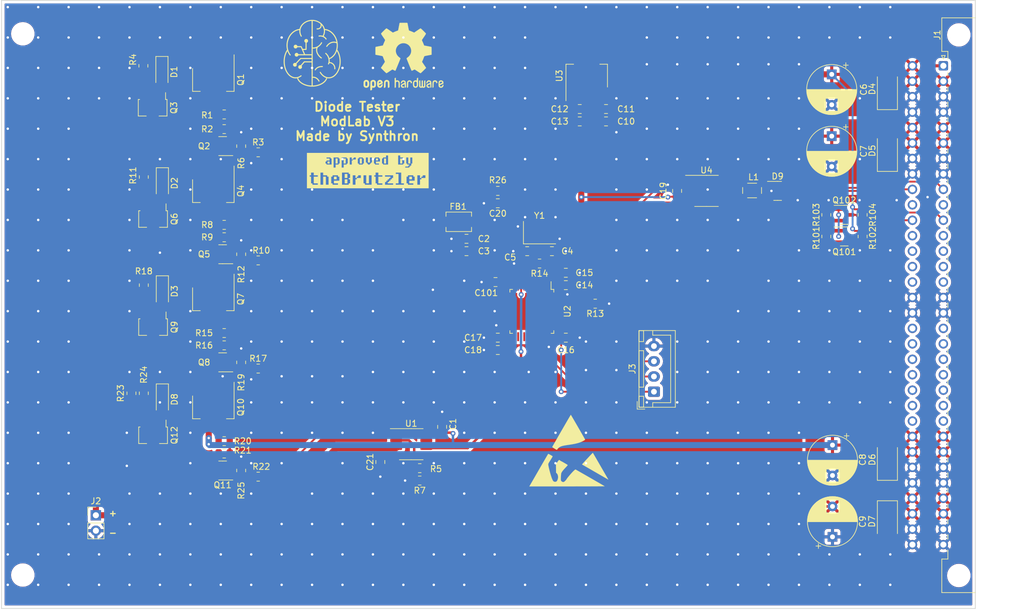
<source format=kicad_pcb>
(kicad_pcb (version 20211014) (generator pcbnew)
  (layers (0 "F.Cu" signal) (31 "B.Cu" signal) (34 "B.Paste" user) (35 "F.Paste" user) (36 "B.SilkS" user "B.Silkscreen") (37 "F.SilkS" user "F.Silkscreen") (38 "B.Mask" user) (39 "F.Mask" user) (44 "Edge.Cuts" user))
  (net 0 "")
  (net 1 "+15V")
  (net 2 "Net-(C2-Pad1)")
  (net 3 "GND")
  (net 4 "Net-(C4-Pad2)")
  (net 5 "Net-(C5-Pad2)")
  (net 6 "+5V")
  (net 7 "+24V")
  (net 8 "-15V")
  (net 9 "+3V3")
  (net 10 "Net-(C20-Pad1)")
  (net 11 "Net-(D1-Pad1)")
  (net 12 "Net-(D1-Pad2)")
  (net 13 "Net-(D2-Pad1)")
  (net 14 "Net-(D2-Pad2)")
  (net 15 "Net-(D3-Pad1)")
  (net 16 "Net-(D3-Pad2)")
  (net 17 "Net-(D8-Pad1)")
  (net 18 "Net-(D8-Pad2)")
  (net 19 "CAN+")
  (net 21 "SDA_FM")
  (net 33 "CAN-")
  (net 35 "SCL_FM")
  (net 47 "LED+")
  (net 48 "/SWDIO")
  (net 49 "/SWCLK")
  (net 50 "Net-(Q1-Pad1)")
  (net 51 "Net-(Q2-Pad1)")
  (net 52 "Net-(Q2-Pad3)")
  (net 53 "Net-(Q3-Pad3)")
  (net 54 "Net-(Q4-Pad1)")
  (net 55 "Net-(Q5-Pad1)")
  (net 56 "Net-(Q5-Pad3)")
  (net 57 "Net-(Q6-Pad3)")
  (net 58 "Net-(Q7-Pad1)")
  (net 59 "Net-(Q8-Pad1)")
  (net 60 "Net-(Q8-Pad3)")
  (net 61 "Net-(Q9-Pad3)")
  (net 62 "Net-(Q10-Pad1)")
  (net 63 "Net-(Q11-Pad1)")
  (net 64 "Net-(Q11-Pad3)")
  (net 65 "Net-(Q12-Pad3)")
  (net 66 "2mA")
  (net 67 "Net-(R5-Pad1)")
  (net 68 "Net-(R5-Pad2)")
  (net 69 "5mA")
  (net 70 "Net-(R13-Pad2)")
  (net 71 "10mA")
  (net 72 "20mA")
  (net 73 "Analog_In")
  (net 98 "CAN_Rx")
  (net 99 "CAN_Tx")
  (net 102 "Net-(L1-Pad1)")
  (net 103 "Net-(L1-Pad4)")
  (net 104 "SCL")
  (net 105 "SDA")
  (footprint "Package_TO_SOT_SMD:SOT-89-3" (layer "F.Cu") (at 87.05 61.722 -90)
    (fp_text reference "Q3")
    (fp_text value "BCX53")
  )
  (footprint "Resistor_SMD:R_0805_2012Metric" (layer "F.Cu") (at 98.806 81.28)
    (fp_text reference "R8")
    (fp_text value "100k")
  )
  (footprint "Diode_SMD:D_MiniMELF" (layer "F.Cu") (at 88.574 56.134 -90)
    (fp_text reference "D1")
    (fp_text value "5V6")
  )
  (footprint "TheBrutzlers_Lib:approved_theBrutzler" (layer "F.Cu") (at 122.4 72.35)
    (fp_text reference "G***" hide)
    (fp_text value "LOGO" hide)
  )
  (footprint "Capacitor_SMD:C_0805_2012Metric" (layer "F.Cu") (at 157.226 62.23 180)
    (fp_text reference "C12")
    (fp_text value "100n")
  )
  (footprint "Package_SO:SOIC-8_3.9x4.9mm_P1.27mm" (layer "F.Cu") (at 178.054 75.692)
    (fp_text reference "U4")
    (fp_text value "SN65HVD232")
  )
  (footprint "Resistor_SMD:R_0805_2012Metric" (layer "F.Cu") (at 85.526 55.118 -90)
    (fp_text reference "R4")
    (fp_text value "2k2")
  )
  (footprint "Resistor_SMD:R_0805_2012Metric" (layer "F.Cu") (at 101.6 68.326 -90)
    (fp_text reference "R6")
    (fp_text value "100k")
  )
  (footprint "Capacitor_SMD:C_0805_2012Metric" (layer "F.Cu") (at 154.94 91.186)
    (fp_text reference "C14")
    (fp_text value "100n")
  )
  (footprint "Capacitor_SMD:C_0805_2012Metric" (layer "F.Cu") (at 154.94 99.822)
    (fp_text reference "C16")
    (fp_text value "100n")
  )
  (footprint "Diode_SMD:D_SMA" (layer "F.Cu") (at 207.772 119.888 90)
    (fp_text reference "D6")
    (fp_text value "P6SMB16")
  )
  (footprint "Package_TO_SOT_SMD:SOT-23" (layer "F.Cu") (at 200.689 83.185)
    (fp_text reference "Q101")
    (fp_text value "BSS138")
  )
  (footprint "Resistor_SMD:R_0805_2012Metric" (layer "F.Cu") (at 98.806 83.312 180)
    (fp_text reference "R9")
    (fp_text value "10k")
  )
  (footprint "Resistor_SMD:R_0805_2012Metric" (layer "F.Cu") (at 159.766 94.234 180)
    (fp_text reference "R13")
    (fp_text value "100")
  )
  (footprint "Capacitor_SMD:C_0805_2012Metric" (layer "F.Cu") (at 157.226 64.262 180)
    (fp_text reference "C13")
    (fp_text value "1µ")
  )
  (footprint "Capacitor_SMD:C_0805_2012Metric" (layer "F.Cu") (at 152.654 85.598 180)
    (fp_text reference "C4")
    (fp_text value "20p")
  )
  (footprint "Resistor_SMD:R_0805_2012Metric" (layer "F.Cu") (at 130.937 121.285)
    (fp_text reference "R5")
    (fp_text value "10k")
  )
  (footprint "eigene:SRF3225TAC" (layer "F.Cu") (at 183.695 77.021)
    (fp_text reference "L1")
    (fp_text value "SRF3225TAC-101Y")
  )
  (footprint "Diode_SMD:D_SMA" (layer "F.Cu") (at 207.772 58.928 90)
    (fp_text reference "D4")
    (fp_text value "SMAJ5,0A")
  )
  (footprint "Package_TO_SOT_SMD:SOT-223-3_TabPin2" (layer "F.Cu") (at 97.028 75.692 -90)
    (fp_text reference "Q4")
    (fp_text value "BSP170P")
  )
  (footprint "Resistor_SMD:R_0805_2012Metric" (layer "F.Cu") (at 98.806 118.872 180)
    (fp_text reference "R21")
    (fp_text value "10k")
  )
  (footprint "Resistor_SMD:R_0805_2012Metric" (layer "F.Cu") (at 197.739 79.629 90)
    (fp_text reference "R103")
    (fp_text value "4k7")
  )
  (footprint "Capacitor_THT:CP_Radial_D8.0mm_P5.00mm" (layer "F.Cu") (at 198.755 117.485349 -90)
    (fp_text reference "C8")
    (fp_text value "100µ")
  )
  (footprint "Symbol:ESD-Logo_13.2x12mm_SilkScreen" (layer "F.Cu") (at 155.448 118.364)
    (fp_text reference "REF**" hide)
    (fp_text value "ESD-Logo_13.2x12mm_SilkScreen" hide)
  )
  (footprint "Package_TO_SOT_SMD:SOT-89-3" (layer "F.Cu") (at 87.122 80.01 -90)
    (fp_text reference "Q6")
    (fp_text value "BCX53")
  )
  (footprint "Resistor_SMD:R_0805_2012Metric" (layer "F.Cu") (at 98.806 99.06)
    (fp_text reference "R15")
    (fp_text value "100k")
  )
  (footprint "Resistor_SMD:R_0805_2012Metric" (layer "F.Cu") (at 85.598 91.186 -90)
    (fp_text reference "R18")
    (fp_text value "499")
  )
  (footprint "Capacitor_SMD:C_0805_2012Metric" (layer "F.Cu") (at 138.618 83.566 180)
    (fp_text reference "C2")
    (fp_text value "100n")
  )
  (footprint "Resistor_SMD:R_0805_2012Metric" (layer "F.Cu") (at 98.806 65.532 180)
    (fp_text reference "R2")
    (fp_text value "10k")
  )
  (footprint "Capacitor_SMD:C_0805_2012Metric" (layer "F.Cu") (at 134.62 114.493 90)
    (fp_text reference "C1")
    (fp_text value "100n")
  )
  (footprint "Capacitor_THT:CP_Radial_D8.0mm_P5.00mm" (layer "F.Cu") (at 198.628 56.525349 -90)
    (fp_text reference "C6")
    (fp_text value "100µ")
  )
  (footprint "Resistor_SMD:R_0805_2012Metric" (layer "F.Cu") (at 101.6 103.886 -90)
    (fp_text reference "R19")
    (fp_text value "100k")
  )
  (footprint "Package_TO_SOT_SMD:SOT-89-3" (layer "F.Cu") (at 87.122 115.57 -90)
    (fp_text reference "Q12")
    (fp_text value "BCX53")
  )
  (footprint "Diode_SMD:D_SMA" (layer "F.Cu") (at 207.772 130.048 -90)
    (fp_text reference "D7")
    (fp_text value "P6SMB16")
  )
  (footprint "Capacitor_SMD:C_0805_2012Metric" (layer "F.Cu") (at 143.764 101.854 180)
    (fp_text reference "C18")
    (fp_text value "4µ7")
  )
  (footprint "Diode_SMD:D_MiniMELF" (layer "F.Cu") (at 88.646 74.422 -90)
    (fp_text reference "D2")
    (fp_text value "5V6")
  )
  (footprint "Diode_SMD:D_MiniMELF" (layer "F.Cu") (at 88.646 109.982 -90)
    (fp_text reference "D8")
    (fp_text value "5V6")
  )
  (footprint "Capacitor_SMD:C_0805_2012Metric" (layer "F.Cu") (at 173.228 75.692 90)
    (fp_text reference "C19")
    (fp_text value "100n")
  )
  (footprint "Resistor_SMD:R_0805_2012Metric" (layer "F.Cu") (at 130.937 123.317 180)
    (fp_text reference "R7")
    (fp_text value "4k99")
  )
  (footprint "eigene:SMB-001" (layer "F.Cu") (at 137.348 80.772 180)
    (fp_text reference "FB1")
    (fp_text value "SMB-001")
  )
  (footprint "Resistor_SMD:R_0805_2012Metric" (layer "F.Cu") (at 143.764 75.692 180)
    (fp_text reference "R26")
    (fp_text value "10k")
  )
  (footprint "Resistor_SMD:R_0805_2012Metric" (layer "F.Cu") (at 197.739 83.185 90)
    (fp_text reference "R101")
    (fp_text value "4k7")
  )
  (footprint "Resistor_SMD:R_0805_2012Metric" (layer "F.Cu") (at 85.598 108.966 -90)
    (fp_text reference "R24")
    (fp_text value "499")
  )
  (footprint "Resistor_SMD:R_0805_2012Metric" (layer "F.Cu") (at 98.806 63.119)
    (fp_text reference "R1")
    (fp_text value "100k")
  )
  (footprint "Package_TO_SOT_SMD:SOT-223-3_TabPin2" (layer "F.Cu") (at 97.028 93.472 -90)
    (fp_text reference "Q7")
    (fp_text value "BSP170P")
  )
  (footprint "Capacitor_SMD:C_0805_2012Metric" (layer "F.Cu") (at 143.383 90.678 180)
    (fp_text reference "C101")
    (fp_text value "1n")
  )
  (footprint "Resistor_SMD:R_0805_2012Metric" (layer "F.Cu") (at 150.622 87.63 180)
    (fp_text reference "R14")
    (fp_text value "1M")
  )
  (footprint "Resistor_SMD:R_0805_2012Metric" (layer "F.Cu") (at 104.394 87.122)
    (fp_text reference "R10")
    (fp_text value "10k")
  )
  (footprint "Capacitor_SMD:C_0805_2012Metric" (layer "F.Cu") (at 124.46 120.269 90)
    (fp_text reference "C21")
    (fp_text value "100n")
  )
  (footprint "Crystal:Crystal_SMD_5032-4Pin_5.0x3.2mm" (layer "F.Cu") (at 150.622 82.55)
    (fp_text reference "Y1")
    (fp_text value "8MHz")
  )
  (footprint "eigene:VG64_Euro" (layer "F.Cu") (at 62.22 144.358)
    (fp_text reference "J1")
    (fp_text value "DIN41612_02x32_AC")
    (fp_line (start 160 -100) (end 160 0) (layer "Edge.Cuts") (width 0.12))
    (fp_line (start 0 0) (end 0 -100) (layer "Edge.Cuts") (width 0.12))
    (fp_line (start 0 -100) (end 160 -100) (layer "Edge.Cuts") (width 0.12))
    (fp_line (start 160 0) (end 0 0) (layer "Edge.Cuts") (width 0.12))
  )
  (footprint "Capacitor_THT:CP_Radial_D8.0mm_P5.00mm" (layer "F.Cu") (at 198.755 132.577651 90)
    (fp_text reference "C9")
    (fp_text value "100µ")
  )
  (footprint "Package_TO_SOT_SMD:SOT-223-3_TabPin2" (layer "F.Cu") (at 97.028 57.404 -90)
    (fp_text reference "Q1")
    (fp_text value "BSP170P")
  )
  (footprint "Capacitor_SMD:C_0805_2012Metric" (layer "F.Cu") (at 154.94 89.154)
    (fp_text reference "C15")
    (fp_text value "100n")
  )
  (footprint "Capacitor_SMD:C_0805_2012Metric" (layer "F.Cu") (at 148.59 85.598)
    (fp_text reference "C5")
    (fp_text value "20p")
  )
  (footprint "Package_TO_SOT_SMD:SOT-223-3_TabPin2" (layer "F.Cu") (at 97.028 111.252 -90)
    (fp_text reference "Q10")
    (fp_text value "BSP170P")
  )
  (footprint "Resistor_SMD:R_0805_2012Metric" (layer "F.Cu") (at 98.806 101.092 180)
    (fp_text reference "R16")
    (fp_text value "10k")
  )
  (footprint "Resistor_SMD:R_0805_2012Metric" (layer "F.Cu") (at 104.394 122.682)
    (fp_text reference "R22")
    (fp_text value "10k")
  )
  (footprint "Package_TO_SOT_SMD:SOT-23" (layer "F.Cu") (at 98.552 86.106 180)
    (fp_text reference "Q5")
    (fp_text value "BSS138")
  )
  (footprint "Resistor_SMD:R_0805_2012Metric" (layer "F.Cu") (at 104.394 69.342)
    (fp_text reference "R3")
    (fp_text value "10k")
  )
  (footprint "Symbol:OSHW-Logo2_14.6x12mm_SilkScreen" (layer "F.Cu") (at 128.27 53.594)
    (fp_text reference "REF**" hide)
    (fp_text value "OSHW-Logo2_14.6x12mm_SilkScreen" hide)
  )
  (footprint "Package_TO_SOT_SMD:SOT-223-3_TabPin2" (layer "F.Cu") (at 158.369 56.769 90)
    (fp_text reference "U3")
    (fp_text value "AP1117-33")
  )
  (footprint "Package_TO_SOT_SMD:SOT-23" (layer "F.Cu") (at 189.738 75.692)
    (fp_text reference "D9")
    (fp_text value "CDSOT23-T24-Q")
  )
  (footprint "Resistor_SMD:R_0805_2012Metric" (layer "F.Cu") (at 104.394 104.902)
    (fp_text reference "R17")
    (fp_text value "10k")
  )
  (footprint "Capacitor_SMD:C_0805_2012Metric" (layer "F.Cu") (at 161.544 62.23)
    (fp_text reference "C11")
    (fp_text value "100n")
  )
  (footprint "Connector_PinHeader_2.54mm:PinHeader_1x02_P2.54mm_Vertical" (layer "F.Cu") (at 77.724 129.027)
    (fp_text reference "J2")
    (fp_text value "Diode")
  )
  (footprint "Capacitor_SMD:C_0805_2012Metric" (layer "F.Cu") (at 143.764 99.822 180)
    (fp_text reference "C17")
    (fp_text value "100n")
  )
  (footprint "Diode_SMD:D_SMA" (layer "F.Cu") (at 207.772 69.088 90)
    (fp_text reference "D5")
    (fp_text value "P6SMB26")
  )
  (footprint "Package_TO_SOT_SMD:SOT-23" (layer "F.Cu") (at 98.552 68.326 180)
    (fp_text reference "Q2")
    (fp_text value "BSS138")
  )
  (footprint "Resistor_SMD:R_0805_2012Metric" (layer "F.Cu") (at 203.708 79.629 90)
    (fp_text reference "R104")
    (fp_text value "4k7")
  )
  (footprint "Package_QFP:LQFP-48_7x7mm_P0.5mm" (layer "F.Cu") (at 149.352 95.504 -90)
    (fp_text reference "U2")
    (fp_text value "STM32F103C8Tx")
  )
  (footprint "Capacitor_THT:CP_Radial_D8.0mm_P5.00mm" (layer "F.Cu") (at 198.628 66.685349 -90)
    (fp_text reference "C7")
    (fp_text value "100µ")
  )
  (footprint "Capacitor_SMD:C_0805_2012Metric" (layer "F.Cu") (at 161.544 64.262)
    (fp_text reference "C10")
    (fp_text value "1µ")
  )
  (footprint "Resistor_SMD:R_0805_2012Metric" (layer "F.Cu") (at 203.708 83.185 90)
    (fp_text reference "R102")
    (fp_text value "4k7")
  )
  (footprint "Package_SO:SOIC-8_3.9x4.9mm_P1.27mm" (layer "F.Cu") (at 129.54 117.348)
    (fp_text reference "U1")
    (fp_text value "LM2904")
  )
  (footprint "Package_TO_SOT_SMD:SOT-23" (layer "F.Cu") (at 200.689 79.629)
    (fp_text reference "Q102")
    (fp_text value "BSS138")
  )
  (footprint "Resistor_SMD:R_0805_2012Metric" (layer "F.Cu") (at 85.598 73.406 -90)
    (fp_text reference "R11")
    (fp_text value "1k")
  )
  (footprint "Resistor_SMD:R_0805_2012Metric" (layer "F.Cu") (at 101.6 121.666 -90)
    (fp_text reference "R25")
    (fp_text value "100k")
  )
  (footprint "eigene:logo" (layer "F.Cu") (at 113.284 53.086)
    (fp_text reference "G***" hide)
    (fp_text value "LOGO" hide)
  )
  (footprint "Capacitor_SMD:C_0805_2012Metric" (layer "F.Cu") (at 143.764 77.724 180)
    (fp_text reference "C20")
    (fp_text value "100n")
  )
  (footprint "Resistor_SMD:R_0805_2012Metric" (layer "F.Cu") (at 83.566 108.966 -90)
    (fp_text reference "R23")
    (fp_text value "499")
  )
  (footprint "Package_TO_SOT_SMD:SOT-23" (layer "F.Cu") (at 98.552 103.886 180)
    (fp_text reference "Q8")
    (fp_text value "BSS138")
  )
  (footprint "Capacitor_SMD:C_0805_2012Metric" (layer "F.Cu") (at 138.618 85.598 180)
    (fp_text reference "C3")
    (fp_text value "4µ7")
  )
  (footprint "Package_TO_SOT_SMD:SOT-89-3" (layer "F.Cu") (at 87.122 97.79 -90)
    (fp_text reference "Q9")
    (fp_text value "BCX53")
  )
  (footprint "Package_TO_SOT_SMD:SOT-23" (layer "F.Cu") (at 98.552 121.666 180)
    (fp_text reference "Q11")
    (fp_text value "BSS138")
  )
  (footprint "Resistor_SMD:R_0805_2012Metric" (layer "F.Cu") (at 98.806 116.84)
    (fp_text reference "R20")
    (fp_text value "100k")
  )
  (footprint "Connector_JST:JST_XH_B4B-XH-A_1x04_P2.50mm_Vertical" (layer "F.Cu") (at 169.418 108.712 90)
    (fp_text reference "J3")
    (fp_text value "SWD")
  )
  (footprint "Resistor_SMD:R_0805_2012Metric" (layer "F.Cu") (at 101.6 86.106 -90)
    (fp_text reference "R12")
    (fp_text value "100k")
  )
  (footprint "Diode_SMD:D_MiniMELF" (layer "F.Cu") (at 88.646 92.202 -90)
    (fp_text reference "D3")
    (fp_text value "5V6")
  )
  (gr_text "Diode Tester\nModLab V3\nMade by Synthron" (at 120.65 64.262) (layer "F.SilkS") (effects (font (size 1.5 1.5) (thickness 0.3))))
  (gr_text "+\n\n-" (at 80.518 130.302) (layer "F.SilkS") (effects (font (size 1 1) (thickness 0.2))))
  (segment (start 96.266 116.332) (end 96.266 115.164) (width 1) (layer "F.Cu") (net 1))
  (segment (start 134.62 115.443) (end 136.271 115.443) (width 0.4) (layer "F.Cu") (net 1))
  (segment (start 97.8935 79.7075) (end 97.028 78.842) (width 0.4) (layer "F.Cu") (net 1))
  (segment (start 132.015 115.443) (end 134.493 115.443) (width 0.3) (layer "F.Cu") (net 1))
  (segment (start 97.028 90.322) (end 97.028 96.622) (width 1) (layer "F.Cu") (net 1))
  (segment (start 95.758 97.79) (end 96.926 96.622) (width 1) (layer "F.Cu") (net 1))
  (segment (start 96.266 116.332) (end 96.266 117.348) (width 1) (layer "F.Cu") (net 1))
  (segment (start 97.028 78.842) (end 96.926 78.842) (width 1) (layer "F.Cu") (net 1))
  (segment (start 97.028 54.254) (end 97.028 60.554) (width 1) (layer "F.Cu") (net 1))
  (segment (start 95.758 80.01) (end 95.758 87.376) (width 1) (layer "F.Cu") (net 1))
  (segment (start 97.028 106.426) (end 95.758 105.156) (width 1) (layer "F.Cu") (net 1))
  (segment (start 97.8935 115.2675) (end 97.028 114.402) (width 0.4) (layer "F.Cu") (net 1))
  (segment (start 97.028 108.102) (end 97.028 114.402) (width 1) (layer "F.Cu") (net 1))
  (segment (start 97.028 72.542) (end 97.028 70.866) (width 1) (layer "F.Cu") (net 1))
  (segment (start 97.8935 99.06) (end 97.8935 97.4875) (width 0.4) (layer "F.Cu") (net 1))
  (segment (start 97.028 70.866) (end 95.758 69.596) (width 1) (layer "F.Cu") (net 1))
  (segment (start 97.8935 61.4195) (end 97.028 60.554) (width 0.4) (layer "F.Cu") (net 1))
  (segment (start 96.926 96.622) (end 97.028 96.622) (width 1) (layer "F.Cu") (net 1))
  (segment (start 96.266 115.164) (end 97.028 114.402) (width 1) (layer "F.Cu") (net 1))
  (segment (start 95.758 69.596) (end 95.758 61.824) (width 1) (layer "F.Cu") (net 1))
  (segment (start 95.758 61.824) (end 97.028 60.554) (width 1) (layer "F.Cu") (net 1))
  (segment (start 97.8935 63.119) (end 97.8935 61.4195) (width 0.4) (layer "F.Cu") (net 1))
  (segment (start 97.8935 97.4875) (end 97.028 96.622) (width 0.4) (layer "F.Cu") (net 1))
  (segment (start 95.758 87.376) (end 97.028 88.646) (width 1) (layer "F.Cu") (net 1))
  (segment (start 97.028 72.542) (end 97.028 78.842) (width 1) (layer "F.Cu") (net 1))
  (segment (start 97.8935 81.28) (end 97.8935 79.7075) (width 0.4) (layer "F.Cu") (net 1))
  (segment (start 97.028 108.102) (end 97.028 106.426) (width 1) (layer "F.Cu") (net 1))
  (segment (start 136.271 115.443) (end 136.398 115.57) (width 0.4) (layer "F.Cu") (net 1))
  (segment (start 97.8935 116.84) (end 97.8935 115.2675) (width 0.4) (layer "F.Cu") (net 1))
  (segment (start 97.028 88.646) (end 97.028 90.322) (width 1) (layer "F.Cu") (net 1))
  (segment (start 95.758 105.156) (end 95.758 97.79) (width 1) (layer "F.Cu") (net 1))
  (segment (start 96.926 78.842) (end 95.758 80.01) (width 1) (layer "F.Cu") (net 1))
  (via (at 136.398 115.57) (size 0.8) (drill 0.4) (layers "F.Cu" "B.Cu") (net 1))
  (via (at 96.266 116.332) (size 0.8) (drill 0.4) (layers "F.Cu" "B.Cu") (net 1))
  (via (at 96.266 117.348) (size 0.8) (drill 0.4) (layers "F.Cu" "B.Cu") (net 1))
  (segment (start 96.403349 117.485349) (end 96.266 117.348) (width 1) (layer "B.Cu") (net 1))
  (segment (start 136.398 115.57) (end 136.398 117.348) (width 0.4) (layer "B.Cu") (net 1))
  (segment (start 198.755 117.485349) (end 136.535349 117.485349) (width 1) (layer "B.Cu") (net 1))
  (segment (start 136.398 117.348) (end 136.535349 117.485349) (width 0.4) (layer "B.Cu") (net 1))
  (segment (start 136.535349 117.485349) (end 96.403349 117.485349) (width 1) (layer "B.Cu") (net 1))
  (segment (start 96.266 116.332) (end 96.266 117.348) (width 1) (layer "B.Cu") (net 1))
  (segment (start 139.448 87.378) (end 139.448 80.772) (width 0.3) (layer "F.Cu") (net 2))
  (segment (start 140.589 88.519) (end 139.448 87.378) (width 0.3) (layer "F.Cu") (net 2))
  (segment (start 148.102 91.3415) (end 148.102 89.682) (width 0.3) (layer "F.Cu") (net 2))
  (segment (start 148.102 89.682) (end 146.939 88.519) (width 0.3) (layer "F.Cu") (net 2))
  (segment (start 146.939 88.519) (end 140.589 88.519) (width 0.3) (layer "F.Cu") (net 2))
  (segment (start 155.89 89.154) (end 157.226 89.154) (width 0.3) (layer "F.Cu") (net 3))
  (segment (start 173.228 74.742) (end 171.77 74.742) (width 0.3) (layer "F.Cu") (net 3))
  (segment (start 147.082 81.55) (end 147.066 81.534) (width 0.3) (layer "F.Cu") (net 3))
  (segment (start 175.579 75.057) (end 173.543 75.057) (width 0.3) (layer "F.Cu") (net 3))
  (segment (start 142.814 101.854) (end 141.478 101.854) (width 0.3) (layer "F.Cu") (net 3))
  (segment (start 143.546 97.754) (end 143.51 97.79) (width 0.3) (layer "F.Cu") (net 3))
  (segment (start 101.6 85.1935) (end 101.6 83.82) (width 0.4) (layer "F.Cu") (net 3))
  (segment (start 134.62 113.543) (end 134.62 112.014) (width 0.3) (layer "F.Cu") (net 3))
  (segment (start 101.6 120.7535) (end 101.6 119.38) (width 0.4) (layer "F.Cu") (net 3))
  (segment (start 124.46 121.219) (end 124.46 122.682) (width 0.3) (layer "F.Cu") (net 3))
  (segment (start 99.4895 102.936) (end 101.5625 102.936) (width 0.4) (layer "F.Cu") (net 3))
  (segment (start 171.77 74.742) (end 171.704 74.676) (width 0.3) (layer "F.Cu") (net 3))
  (segment (start 154.65 93.254) (end 155.194 92.71) (width 0.3) (layer "F.Cu") (net 3))
  (segment (start 142.814 99.822) (end 141.478 99.822) (width 0.3) (layer "F.Cu") (net 3))
  (segment (start 99.4895 67.376) (end 101.5625 67.376) (width 0.4) (layer "F.Cu") (net 3))
  (segment (start 128.53502 123.317) (end 128.530763 123.321257) (width 0.3) (layer "F.Cu") (net 3))
  (segment (start 148.972 81.55) (end 147.082 81.55) (width 0.3) (layer "F.Cu") (net 3))
  (segment (start 156.276 64.262) (end 156.069 64.055) (width 0.4) (layer "F.Cu") (net 3))
  (segment (start 137.668 83.566) (end 136.144 83.566) (width 0.3) (layer "F.Cu") (net 3))
  (segment (start 148.602 89.293) (end 148.602 91.3415) (width 0.3) (layer "F.Cu") (net 3))
  (segment (start 160.6785 94.234) (end 162.052 94.234) (width 0.3) (layer "F.Cu") (net 3))
  (segment (start 156.069 64.055) (end 156.069 59.919) (width 0.4) (layer "F.Cu") (net 3))
  (segment (start 101.5625 85.156) (end 101.6 85.1935) (width 0.4) (layer "F.Cu") (net 3))
  (segment (start 130.0245 123.317) (end 128.53502 123.317) (width 0.3) (layer "F.Cu") (net 3))
  (segment (start 101.5625 102.936) (end 101.6 102.9735) (width 0.4) (layer "F.Cu") (net 3))
  (segment (start 155.89 99.822) (end 157.226 99.822) (width 0.3) (layer "F.Cu") (net 3))
  (segment (start 137.668 85.598) (end 136.144 85.598) (width 0.3) (layer "F.Cu") (net 3))
  (segment (start 173.543 75.057) (end 173.228 74.742) (width 0.3) (layer "F.Cu") (net 3))
  (segment (start 153.604 85.598) (end 154.94 85.598) (width 0.3) (layer "F.Cu") (net 3))
  (segment (start 151.602 100.802) (end 151.602 99.6665) (width 0.3) (layer "F.Cu") (net 3))
  (segment (start 99.4895 85.156) (end 101.5625 85.156) (width 0.4) (layer "F.Cu") (net 3))
  (segment (start 101.6 67.4135) (end 101.6 66.04) (width 0.4) (layer "F.Cu") (net 3))
  (segment (start 152.146 101.346) (end 151.602 100.802) (width 0.3) (layer "F.Cu") (net 3))
  (segment (start 142.433 90.678) (end 141.097 90.678) (width 0.3) (layer "F.Cu") (net 3))
  (segment (start 142.814 77.724) (end 141.478 77.724) (width 0.3) (layer "F.Cu") (net 3))
  (segment (start 152.272 83.55) (end 153.908 83.55) (width 0.3) (layer "F.Cu") (net 3))
  (segment (start 101.6 102.9735) (end 101.6 101.6) (width 0.4) (layer "F.Cu") (net 3))
  (segment (start 153.5145 93.254) (end 154.65 93.254) (width 0.3) (layer "F.Cu") (net 3))
  (segment (start 146.431 87.63) (end 146.939 87.63) (width 0.3) (layer "F.Cu") (net 3))
  (segment (start 101.5625 67.376) (end 101.6 67.4135) (width 0.4) (layer "F.Cu") (net 3))
  (segment (start 147.64 85.598) (end 146.304 85.598) (width 0.3) (layer "F.Cu") (net 3))
  (segment (start 190.6755 75.692) (end 188.722 75.692) (width 0.3) (layer "F.Cu") (net 3))
  (segment (start 146.939 87.63) (end 148.602 89.293) (width 0.3) (layer "F.Cu") (net 3))
  (segment (start 101.5625 120.716) (end 101.6 120.7535) (width 0.4) (layer "F.Cu") (net 3))
  (segment (start 99.4895 120.716) (end 101.5625 120.716) (width 0.4) (layer "F.Cu") (net 3))
  (segment (start 155.89 91.186) (end 157.226 91.186) (width 0.3) (layer "F.Cu") (net 3))
  (segment (start 153.908 83.55) (end 153.924 83.566) (width 0.3) (layer "F.Cu") (net 3))
  (segment (start 145.1895 97.754) (end 143.546 97.754) (width 0.3) (layer "F.Cu") (net 3))
  (via (at 128.246 135.466) (size 0.8) (drill 0.4) (layers "F.Cu" "B.Cu") (net 3))
  (via (at 178.246 50.466) (size 0.8) (drill 0.4) (layers "F.Cu" "B.Cu") (net 3))
  (via (at 138.246 95.466) (size 0.8) (drill 0.4) (layers "F.Cu" "B.Cu") (net 3))
  (via (at 193.246 54.864) (size 0.8) (drill 0.4) (layers "F.Cu" "B.Cu") (net 3))
  (via (at 78.246 45.466) (size 0.8) (drill 0.4) (layers "F.Cu" "B.Cu") (net 3))
  (via (at 128.246 80.466) (size 0.8) (drill 0.4) (layers "F.Cu" "B.Cu") (net 3))
  (via (at 173.246 60.466) (size 0.8) (drill 0.4) (layers "F.Cu" "B.Cu") (net 3))
  (via (at 183.246 54.864) (size 0.8) (drill 0.4) (layers "F.Cu" "B.Cu") (net 3))
  (via (at 98.246 125.466) (size 0.8) (drill 0.4) (layers "F.Cu" "B.Cu") (net 3))
  (via (at 133.246 110.466) (size 0.8) (drill 0.4) (layers "F.Cu" "B.Cu") (net 3))
  (via (at 63.246 80.466) (size 0.8) (drill 0.4) (layers "F.Cu" "B.Cu") (net 3))
  (via (at 83.246 105.466) (size 0.8) (drill 0.4) (layers "F.Cu" "B.Cu") (net 3))
  (via (at 73.246 90.466) (size 0.8) (drill 0.4) (layers "F.Cu" "B.Cu") (net 3))
  (via (at 178.246 54.864) (size 0.8) (drill 0.4) (layers "F.Cu" "B.Cu") (net 3))
  (via (at 188.246 100.466) (size 0.8) (drill 0.4) (layers "F.Cu" "B.Cu") (net 3))
  (via (at 162.052 94.234) (size 0.8) (drill 0.4) (layers "F.Cu" "B.Cu") (net 3))
  (via (at 98.246 135.466) (size 0.8) (drill 0.4) (layers "F.Cu" "B.Cu") (net 3))
  (via (at 103.246 110.466) (size 0.8) (drill 0.4) (layers "F.Cu" "B.Cu") (net 3))
  (via (at 133.246 130.466) (size 0.8) (drill 0.4) (layers "F.Cu" "B.Cu") (net 3))
  (via (at 63.246 130.466) (size 0.8) (drill 0.4) (layers "F.Cu" "B.Cu") (net 3))
  (via (at 63.246 110.466) (size 0.8) (drill 0.4) (layers "F.Cu" "B.Cu") (net 3))
  (via (at 68.246 65.466) (size 0.8) (drill 0.4) (layers "F.Cu" "B.Cu") (net 3))
  (via (at 108.246 45.466) (size 0.8) (drill 0.4) (layers "F.Cu" "B.Cu") (net 3))
  (via (at 193.246 130.466) (size 0.8) (drill 0.4) (layers "F.Cu" "B.Cu") (net 3))
  (via (at 133.246 85.466) (size 0.8) (drill 0.4) (layers "F.Cu" "B.Cu") (net 3))
  (via (at 138.246 55.466) (size 0.8) (drill 0.4) (layers "F.Cu" "B.Cu") (net 3))
  (via (at 208.246 85.466) (size 0.8) (drill 0.4) (layers "F.Cu" "B.Cu") (net 3))
  (via (at 113.246 90.466) (size 0.8) (drill 0.4) (layers "F.Cu" "B.Cu") (net 3))
  (via (at 153.246 75.466) (size 0.8) (drill 0.4) (layers "F.Cu" "B.Cu") (net 3))
  (via (at 123.246 85.466) (size 0.8) (drill 0.4) (layers "F.Cu" "B.Cu") (net 3))
  (via (at 82.804 115.466) (size 0.8) (drill 0.4) (layers "F.Cu" "B.Cu") (net 3))
  (via (at 163.246 60.466) (size 0.8) (drill 0.4) (layers "F.Cu" "B.Cu") (net 3))
  (via (at 103.246 120.466) (size 0.8) (drill 0.4) (layers "F.Cu" "B.Cu") (net 3))
  (via (at 133.096 91.948) (size 0.8) (drill 0.4) (layers "F.Cu" "B.Cu") (net 3))
  (via (at 103.246 95.466) (size 0.8) (drill 0.4) (layers "F.Cu" "B.Cu") (net 3))
  (via (at 203.246 95.466) (size 0.8) (drill 0.4) (layers "F.Cu" "B.Cu") (net 3))
  (via (at 188.246 130.466) (size 0.8) (drill 0.4) (layers "F.Cu" "B.Cu") (net 3))
  (via (at 103.246 65.466) (size 0.8) (drill 0.4) (layers "F.Cu" "B.Cu") (net 3))
  (via (at 73.246 95.466) (size 0.8) (drill 0.4) (layers "F.Cu" "B.Cu") (net 3))
  (via (at 193.246 115.466) (size 0.8) (drill 0.4) (layers "F.Cu" "B.Cu") (net 3))
  (via (at 93.246 110.466) (size 0.8) (drill 0.4) (layers "F.Cu" "B.Cu") (net 3))
  (via (at 198.246 140.466) (size 0.8) (drill 0.4) (layers "F.Cu" "B.Cu") (net 3))
  (via (at 123.246 105.466) (size 0.8) (drill 0.4) (layers "F.Cu" "B.Cu") (net 3))
  (via (at 198.246 50.466) (size 0.8) (drill 0.4) (layers "F.Cu" "B.Cu") (net 3))
  (via (at 63.246 90.466) (size 0.8) (drill 0.4) (layers "F.Cu" "B.Cu") (net 3))
  (via (at 138.246 135.466) (size 0.8) (drill 0.4) (layers "F.Cu" "B.Cu") (net 3))
  (via (at 113.246 60.466) (size 0.8) (drill 0.4) (layers "F.Cu" "B.Cu") (net 3))
  (via (at 123.246 70.466) (size 0.8) (drill 0.4) (layers "F.Cu" "B.Cu") (net 3))
  (via (at 178.246 85.466) (size 0.8) (drill 0.4) (layers "F.Cu" "B.Cu") (net 3))
  (via (at 138.246 130.466) (size 0.8) (drill 0.4) (layers "F.Cu" "B.Cu") (net 3))
  (via (at 128.246 120.466) (size 0.8) (drill 0.4) (layers "F.Cu" "B.Cu") (net 3))
  (via (at 141.478 77.724) (size 0.8) (drill 0.4) (layers "F.Cu" "B.Cu") (net 3))
  (via (at 118.246 50.466) (size 0.8) (drill 0.4) (layers "F.Cu" "B.Cu") (net 3))
  (via (at 158.246 125.466) (size 0.8) (drill 0.4) (layers "F.Cu" "B.Cu") (net 3))
  (via (at 148.844 105.466) (size 0.8) (drill 0.4) (layers "F.Cu" "B.Cu") (net 3))
  (via (at 143.246 45.466) (size 0.8) (drill 0.4) (layers "F.Cu" "B.Cu") (net 3))
  (via (at 178.246 80.466) (size 0.8) (drill 0.4) (layers "F.Cu" "B.Cu") (net 3))
  (via (at 108.246 50.466) (size 0.8) (drill 0.4) (layers "F.Cu" "B.Cu") (net 3))
  (via (at 188.246 120.466) (size 0.8) (drill 0.4) (layers "F.Cu" "B.Cu") (net 3))
  (via (at 68.246 85.466) (size 0.8) (drill 0.4) (layers "F.Cu" "B.Cu") (net 3))
  (via (at 73.246 125.466) (size 0.8) (drill 0.4) (layers "F.Cu" "B.Cu") (net 3))
  (via (at 118.246 115.466) (size 0.8) (drill 0.4) (layers "F.Cu" "B.Cu") (net 3))
  (via (at 168.246 120.466) (size 0.8) (drill 0.4) (layers "F.Cu" "B.Cu") (net 3))
  (via (at 68.246 140.466) (size 0.8) (drill 0.4) (layers "F.Cu" "B.Cu") (net 3))
  (via (at 98.246 45.466) (size 0.8) (drill 0.4) (layers "F.Cu" "B.Cu") (net 3))
  (via (at 168.246 135.466) (size 0.8) (drill 0.4) (layers "F.Cu" "B.Cu") (net 3))
  (via (at 108.246 130.466) (size 0.8) (drill 0.4) (layers "F.Cu" "B.Cu") (net 3))
  (via (at 138.246 65.466) (size 0.8) (drill 0.4) (layers "F.Cu" "B.Cu") (net 3))
  (via (at 68.246 130.466) (size 0.8) (drill 0.4) (layers "F.Cu" "B.Cu") (net 3))
  (via (at 188.246 115.466) (size 0.8) (drill 0.4) (layers "F.Cu" "B.Cu") (net 3))
  (via (at 73.246 60.466) (size 0.8) (drill 0.4) (layers "F.Cu" "B.Cu") (net 3))
  (via (at 63.246 135.466) (size 0.8) (drill 0.4) (layers "F.Cu" "B.Cu") (net 3))
  (via (at 73.246 80.466) (size 0.8) (drill 0.4) (layers "F.Cu" "B.Cu") (net 3))
  (via (at 133.246 70.466) (size 0.8) (drill 0.4) (layers "F.Cu" "B.Cu") (net 3))
  (via (at 83.246 135.466) (size 0.8) (drill 0.4) (layers "F.Cu" "B.Cu") (net 3))
  (via (at 123.246 130.466) (size 0.8) (drill 0.4) (layers "F.Cu" "B.Cu") (net 3))
  (via (at 113.246 50.466) (size 0.8) (drill 0.4) (layers "F.Cu" "B.Cu") (net 3))
  (via (at 63.246 65.466) (size 0.8) (drill 0.4) (layers "F.Cu" "B.Cu") (net 3))
  (via (at 118.246 140.466) (size 0.8) (drill 0.4) (layers "F.Cu" "B.Cu") (net 3))
  (via (at 83.246 130.466) (size 0.8) (drill 0.4) (layers "F.Cu" "B.Cu") (net 3))
  (via (at 148.246 60.466) (size 0.8) (drill 0.4) (layers "F.Cu" "B.Cu") (net 3))
  (via (at 73.246 75.466) (size 0.8) (drill 0.4) (layers "F.Cu" "B.Cu") (net 3))
  (via (at 128.246 45.466) (size 0.8) (drill 0.4) (layers "F.Cu" "B.Cu") (net 3))
  (via (at 118.246 70.466) (size 0.8) (drill 0.4) (layers "F.Cu" "B.Cu") (net 3))
  (via (at 136.144 85.598) (size 0.8) (drill 0.4) (layers "F.Cu" "B.Cu") (net 3))
  (via (at 73.246 45.466) (size 0.8) (drill 0.4) (layers "F.Cu" "B.Cu") (net 3))
  (via (at 178.246 90.466) (size 0.8) (drill 0.4) (layers "F.Cu" "B.Cu") (net 3))
  (via (at 158.246 140.466) (size 0.8) (drill 0.4) (layers "F.Cu" "B.Cu") (net 3))
  (via (at 183.246 115.466) (size 0.8) (drill 0.4) (layers "F.Cu" "B.Cu") (net 3))
  (via (at 143.246 70.466) (size 0.8) (drill 0.4) (layers "F.Cu" "B.Cu") (net 3))
  (via (at 183.246 65.466) (size 0.8) (drill 0.4) (layers "F.Cu" "B.Cu") (net 3))
  (via (at 68.246 95.466) (size 0.8) (drill 0.4) (layers "F.Cu" "B.Cu") (net 3))
  (via (at 143.246 130.466) (size 0.8) (drill 0.4) (layers "F.Cu" "B.Cu") (net 3))
  (via (at 73.246 120.466) (size 0.8) (drill 0.4) (layers "F.Cu" "B.Cu") (net 3))
  (via (at 113.246 45.466) (size 0.8) (drill 0.4) (layers "F.Cu" "B.Cu") (net 3))
  (via (at 163.246 120.466) (size 0.8) (drill 0.4) (layers "F.Cu" "B.Cu") (net 3))
  (via (at 208.246 135.466) (size 0.8) (drill 0.4) (layers "F.Cu" "B.Cu") (net 3))
  (via (at 183.246 50.466) (size 0.8) (drill 0.4) (layers "F.Cu" "B.Cu") (net 3))
  (via (at 188.246 70.466) (size 0.8) (drill 0.4) (layers "F.Cu" "B.Cu") (net 3))
  (via (at 83.246 75.466) (size 0.8) (drill 0.4) (layers "F.Cu" "B.Cu") (net 3))
  (via (at 188.722 75.692) (size 0.8) (drill 0.4) (layers "F.Cu" "B.Cu") (net 3))
  (via (at 123.246 110.466) (size 0.8) (drill 0.4) (layers "F.Cu" "B.Cu") (net 3))
  (via (at 93.246 95.466) (size 0.8) (drill 0.4) (layers "F.Cu" "B.Cu") (net 3))
  (via (at 93.246 60.466) (size 0.8) (drill 0.4) (layers "F.Cu" "B.Cu") (net 3))
  (via (at 158.246 135.466) (size 0.8) (drill 0.4) (layers "F.Cu" "B.Cu") (net 3))
  (via (at 113.246 65.466) (size 0.8) (drill 0.4) (layers "F.Cu" "B.Cu") (net 3))
  (via (at 158.246 120.466) (size 0.8) (drill 0.4) (layers "F.Cu" "B.Cu") (net 3))
  (via (at 93.246 130.466) (size 0.8) (drill 0.4) (layers "F.Cu" "B.Cu") (net 3))
  (via (at 128.246 55.466) (size 0.8) (drill 0.4) (layers "F.Cu" "B.Cu") (net 3))
  (via (at 128.246 100.466) (size 0.8) (drill 0.4) (layers "F.Cu" "B.Cu") (net 3))
  (via (at 103.246 55.466) (size 0.8) (drill 0.4) (layers "F.Cu" "B.Cu") (net 3))
  (via (at 143.246 115.466) (size 0.8) (drill 0.4) (layers "F.Cu" "B.Cu") (net 3))
  (via (at 168.246 70.466) (size 0.8) (drill 0.4) (layers "F.Cu" "B.Cu") (net 3))
  (via (at 153.924 83.566) (size 0.8) (drill 0.4) (layers "F.Cu" "B.Cu") (net 3))
  (via (at 88.246 50.466) (size 0.8) (drill 0.4) (layers "F.Cu" "B.Cu") (net 3))
  (via (at 198.12 77.216) (size 0.8) (drill 0.4) (layers "F.Cu" "B.Cu") (net 3))
  (via (at 103.246 45.466) (size 0.8) (drill 0.4) (layers "F.Cu" "B.Cu") (net 3))
  (via (at 173.246 70.466) (size 0.8) (drill 0.4) (layers "F.Cu" "B.Cu") (net 3))
  (via (at 193.246 105.466) (size 0.8) (drill 0.4) (layers "F.Cu" "B.Cu") (net 3))
  (via (at 133.246 140.466) (size 0.8) (drill 0.4) (layers "F.Cu" "B.Cu") (net 3))
  (via (at 183.246 130.466) (size 0.8) (drill 0.4) (layers "F.Cu" "B.Cu") (net 3))
  (via (at 93.246 115.466) (size 0.8) (drill 0.4) (layers "F.Cu" "B.Cu") (net 3))
  (via (at 78.246 55.466) (size 0.8) (drill 0.4) (layers "F.Cu" "B.Cu") (net 3))
  (via (at 148.246 110.466) (size 0.8) (drill 0.4) (layers "F.Cu" "B.Cu") (net 3))
  (via (at 63.246 140.466) (size 0.8) (drill 0.4) (layers "F.Cu" "B.Cu") (net 3))
  (via (at 128.246 105.466) (size 0.8) (drill 0.4) (layers "F.Cu" "B.Cu") (net 3))
  (via (at 178.246 125.466) (size 0.8) (drill 0.4) (layers "F.Cu" "B.Cu") (net 3))
  (via (at 78.246 140.466) (size 0.8) (drill 0.4) (layers "F.Cu" "B.Cu") (net 3))
  (via (at 108.246 135.466) (size 0.8) (drill 0.4) (layers "F.Cu" "B.Cu") (net 3))
  (via (at 193.246 90.466) (size 0.8) (drill 0.4) (layers "F.Cu" "B.Cu") (net 3))
  (via (at 138.246 120.466) (size 0.8) (drill 0.4) (layers "F.Cu" "B.Cu") (net 3))
  (via (at 214.376 76.708) (size 0.8) (drill 0.4) (layers "F.Cu" "B.Cu") (net 3))
  (via (at 68.246 120.466) (size 0.8) (drill 0.4) (layers "F.Cu" "B.Cu") (net 3))
  (via (at 108.246 95.466) (size 0.8) (drill 0.4) (layers "F.Cu" "B.Cu") (net 3))
  (via (at 141.097 90.678) (size 0.8) (drill 0.4) (layers "F.Cu" "B.Cu") (net 3))
  (via (at 152.146 101.346) (size 0.8) (drill 0.4) (layers "F.Cu" "B.Cu") (net 3))
  (via (at 93.246 75.466) (size 0.8) (drill 0.4) (layers "F.Cu" "B.Cu") (net 3))
  (via (at 123.246 125.466) (size 0.8) (drill 0.4) (layers "F.Cu" "B.Cu") (net 3))
  (via (at 183.246 110.466) (size 0.8) (drill 0.4) (layers "F.Cu" "B.Cu") (net 3))
  (via (at 138.246 140.466) (size 0.8) (drill 0.4) (layers "F.Cu" "B.Cu") (net 3))
  (via (at 143.246 110.466) (size 0.8) (drill 0.4) (layers "F.Cu" "B.Cu") (net 3))
  (via (at 143.246 85.466) (size 0.8) (drill 0.4) (layers "F.Cu" "B.Cu") (net 3))
  (via (at 193.246 120.466) (size 0.8) (drill 0.4) (layers "F.Cu" "B.Cu") (net 3))
  (via (at 103.246 50.466) (size 0.8) (drill 0.4) (layers "F.Cu" "B.Cu") (net 3))
  (via (at 168.246 115.466) (size 0.8) (drill 0.4) (layers "F.Cu" "B.Cu") (net 3))
  (via (at 143.246 60.466) (size 0.8) (drill 0.4) (layers "F.Cu" "B.Cu") (net 3))
  (via (at 93.246 100.466) (size 0.8) (drill 0.4) (layers "F.Cu" "B.Cu") (net 3))
  (via (at 188.246 135.466) (size 0.8) (drill 0.4) (layers "F.Cu" "B.Cu") (net 3))
  (via (at 133.246 80.466) (size 0.8) (drill 0.4) (layers "F.Cu" "B.Cu") (net 3))
  (via (at 98.246 70.466) (size 0.8) (drill 0.4) (layers "F.Cu" "B.Cu") (net 3))
  (via (at 163.246 80.466) (size 0.8) (drill 0.4) (layers "F.Cu" "B.Cu") (net 3))
  (via (at 173.246 54.864) (size 0.8) (drill 0.4) (layers "F.Cu" "B.Cu") (net 3))
  (via (at 88.246 130.466) (size 0.8) (drill 0.4) (layers "F.Cu" "B.Cu") (net 3))
  (via (at 123.246 60.466) (size 0.8) (drill 0.4) (layers "F.Cu" "B.Cu") (net 3))
  (via (at 203.246 50.466) (size 0.8) (drill 0.4) (layers "F.Cu" "B.Cu") (net 3))
  (via (at 158.246 130.466) (size 0.8) (drill 0.4) (layers "F.Cu" "B.Cu") (net 3))
  (via (at 138.246 45.466) (size 0.8) (drill 0.4) (layers "F.Cu" "B.Cu") (net 3))
  (via (at 153.246 110.466) (size 0.8) (drill 0.4) (layers "F.Cu" "B.Cu") (net 3))
  (via (at 93.246 50.466) (size 0.8) (drill 0.4) (layers "F.Cu" "B.Cu") (net 3))
  (via (at 73.246 70.466) (size 0.8) (drill 0.4) (layers "F.Cu" "B.Cu") (net 3))
  (via (at 83.246 50.466) (size 0.8) (drill 0.4) (layers "F.Cu" "B.Cu") (net 3))
  (via (at 133.246 125.466) (size 0.8) (drill 0.4) (layers "F.Cu" "B.Cu") (net 3))
  (via (at 198.246 105.466) (size 0.8) (drill 0.4) (layers "F.Cu" "B.Cu") (net 3))
  (via (at 88.246 135.466) (size 0.8) (drill 0.4) (layers "F.Cu" "B.Cu") (net 3))
  (via (at 153.246 60.466) (size 0.8) (drill 0.4) (layers "F.Cu" "B.Cu") (net 3))
  (via (at 128.246 130.466) (size 0.8) (drill 0.4) (layers "F.Cu" "B.Cu") (net 3))
  (via (at 133.246 75.466) (size 0.8) (drill 0.4) (layers "F.Cu" "B.Cu") (net 3))
  (via (at 143.246 65.466) (size 0.8) (drill 0.4) (layers "F.Cu" "B.Cu") (net 3))
  (via (at 163.246 130.466) (size 0.8) (drill 0.4) (layers "F.Cu" "B.Cu") (net 3))
  (via (at 171.704 74.676) (size 0.8) (drill 0.4) (layers "F.Cu" "B.Cu") (net 3))
  (via (at 157.226 89.154) (size 0.8) (drill 0.4) (layers "F.Cu" "B.Cu") (net 3))
  (via (at 153.246 140.466) (size 0.8) (drill 0.4) (layers "F.Cu" "B.Cu") (net 3))
  (via (at 133.246 60.466) (size 0.8) (drill 0.4) (layers "F.Cu" "B.Cu") (net 3))
  (via (at 88.246 140.466) (size 0.8) (drill 0.4) (layers "F.Cu" "B.Cu") (net 3))
  (via (at 78.246 135.466) (size 0.8) (drill 0.4) (layers "F.Cu" "B.Cu") (net 3))
  (via (at 63.246 70.466) (size 0.8) (drill 0.4) (layers "F.Cu" "B.Cu") (net 3))
  (via (at 63.246 125.466) (size 0.8) (drill 0.4) (layers "F.Cu" "B.Cu") (net 3))
  (via (at 118.246 135.466) (size 0.8) (drill 0.4) (layers "F.Cu" "B.Cu") (net 3))
  (via (at 93.246 140.466) (size 0.8) (drill 0.4) (layers "F.Cu" "B.Cu") (net 3))
  (via (at 128.246 140.466) (size 0.8) (drill 0.4) (layers "F.Cu" "B.Cu") (net 3))
  (via (at 73.246 110.466) (size 0.8) (drill 0.4) (layers "F.Cu" "B.Cu") (net 3))
  (via (at 133.246 45.466) (size 0.8) (drill 0.4) (layers "F.Cu" "B.Cu") (net 3))
  (via (at 118.246 95.466) (size 0.8) (drill 0.4) (layers "F.Cu" "B.Cu") (net 3))
  (via (at 173.246 85.466) (size 0.8) (drill 0.4) (layers "F.Cu" "B.Cu") (net 3))
  (via (at 208.246 95.466) (size 0.8) (drill 0.4) (layers "F.Cu" "B.Cu") (net 3))
  (via (at 138.246 125.466) (size 0.8) (drill 0.4) (layers "F.Cu" "B.Cu") (net 3))
  (via (at 153.246 65.466) (size 0.8) (drill 0.4) (layers "F.Cu" "B.Cu") (net 3))
  (via (at 108.246 70.466) (size 0.8) (drill 0.4) (layers "F.Cu" "B.Cu") (net 3))
  (via (at 108.246 90.466) (size 0.8) (drill 0.4) (layers "F.Cu" "B.Cu") (net 3))
  (via (at 118.246 65.466) (size 0.8) (drill 0.4) (layers "F.Cu" "B.Cu") (net 3))
  (via (at 178.246 105.466) (size 0.8) (drill 0.4) (layers "F.Cu" "B.Cu") (net 3))
  (via (at 98.246 50.466) (size 0.8) (drill 0.4) (layers "F.Cu" "B.Cu") (net 3))
  (via (at 193.246 100.466) (size 0.8) (drill 0.4) (layers "F.Cu" "B.Cu") (net 3))
  (via (at 178.246 120.466) (size 0.8) (drill 0.4) (layers "F.Cu" "B.Cu") (net 3))
  (via (at 118.246 110.466) (size 0.8) (drill 0.4) (layers "F.Cu" "B.Cu") (net 3))
  (via (at 113.246 135.466) (size 0.8) (drill 0.4) (layers "F.Cu" "B.Cu") (net 3))
  (via (at 173.246 90.466) (size 0.8) (drill 0.4) (layers "F.Cu" "B.Cu") (net 3))
  (via (at 143.246 140.466) (size 0.8) (drill 0.4) (layers "F.Cu" "B.Cu") (net 3))
  (via (at 68.246 125.466) (size 0.8) (drill 0.4) (layers "F.Cu" "B.Cu") (net 3))
  (via (at 133.246 105.466) (size 0.8) (drill 0.4) (layers "F.Cu" "B.Cu") (net 3))
  (via (at 188.246 140.466) (size 0.8) (drill 0.4) (layers "F.Cu" "B.Cu") (net 3))
  (via (at 178.246 45.466) (size 0.8) (drill 0.4) (layers "F.Cu" "B.Cu") (net 3))
  (via (at 133.246 135.466) (size 0.8) (drill 0.4) (layers "F.Cu" "B.Cu") (net 3))
  (via (at 68.246 115.466) (size 0.8) (drill 0.4) (layers "F.Cu" "B.Cu") (net 3))
  (via (at 208.246 140.466) (size 0.8) (drill 0.4) (layers "F.Cu" "B.Cu") (net 3))
  (via (at 155.194 92.71) (size 0.8) (drill 0.4) (layers "F.Cu" "B.Cu") (net 3))
  (via (at 63.246 85.466) (size 0.8) (drill 0.4) (layers "F.Cu" "B.Cu") (net 3))
  (via (at 178.246 115.466) (size 0.8) (drill 0.4) (layers "F.Cu" "B.Cu") (net 3))
  (via (at 153.246 130.466) (size 0.8) (drill 0.4) (layers "F.Cu" "B.Cu") (net 3))
  (via (at 178.246 75.466) (size 0.8) (drill 0.4) (layers "F.Cu" "B.Cu") (net 3))
  (via (at 134.62 112.014) (size 0.8) (drill 0.4) (layers "F.Cu" "B.Cu") (net 3))
  (via (at 193.246 60.466) (size 0.8) (drill 0.4) (layers "F.Cu" "B.Cu") (net 3))
  (via (at 113.246 80.466) (size 0.8) (drill 0.4) (layers "F.Cu" "B.Cu") (net 3))
  (via (at 173.246 50.466) (size 0.8) (drill 0.4) (layers "F.Cu" "B.Cu") (net 3))
  (via (at 93.246 105.466) (size 0.8) (drill 0.4) (layers "F.Cu" "B.Cu") (net 3))
  (via (at 118.246 106.172) (size 0.8) (drill 0.4) (layers "F.Cu" "B.Cu") (net 3))
  (via (at 188.246 45.466) (size 0.8) (drill 0.4) (layers "F.Cu" "B.Cu") (net 3))
  (via (at 203.246 140.466) (size 0.8) (drill 0.4) (layers "F.Cu" "B.Cu") (net 3))
  (via (at 118.246 125.466) (size 0.8) (drill 0.4) (layers "F.Cu" "B.Cu") (net 3))
  (via (at 123.246 95.466) (size 0.8) (drill 0.4) (layers "F.Cu" "B.Cu") (net 3))
  (via (at 198.246 110.466) (size 0.8) (drill 0.4) (layers "F.Cu" "B.Cu") (net 3))
  (via (at 153.246 45.466) (size 0.8) (drill 0.4) (layers "F.Cu" "B.Cu") (net 3))
  (via (at 183.246 60.466) (size 0.8) (drill 0.4) (layers "F.Cu" "B.Cu") (net 3))
  (via (at 193.246 95.466) (size 0.8) (drill 0.4) (layers "F.Cu" "B.Cu") (net 3))
  (via (at 68.246 110.466) (size 0.8) (drill 0.4) (layers "F.Cu" "B.Cu") (net 3))
  (via (at 178.246 70.466) (size 0.8) (drill 0.4) (layers "F.Cu" "B.Cu") (net 3))
  (via (at 188.246 65.466) (size 0.8) (drill 0.4) (layers "F.Cu" "B.Cu") (net 3))
  (via (at 98.246 140.466) (size 0.8) (drill 0.4) (layers "F.Cu" "B.Cu") (net 3))
  (via (at 128.246 125.466) (size 0.8) (drill 0.4) (layers "F.Cu" "B.Cu") (net 3))
  (via (at 63.246 115.466) (size 0.8) (drill 0.4) (layers "F.Cu" "B.Cu") (net 3))
  (via (at 133.246 120.466) (size 0.8) (drill 0.4) (layers "F.Cu" "B.Cu") (net 3))
  (via (at 148.246 75.466) (size 0.8) (drill 0.4) (layers "F.Cu" "B.Cu") (net 3))
  (via (at 68.246 70.466) (size 0.8) (drill 0.4) (layers "F.Cu" "B.Cu") (net 3))
  (via (at 168.246 80.466) (size 0.8) (drill 0.4) (layers "F.Cu" "B.Cu") (net 3))
  (via (at 193.246 70.466) (size 0.8) (drill 0.4) (layers "F.Cu" "B.Cu") (net 3))
  (via (at 193.246 65.466) (size 0.8) (drill 0.4) (layers "F.Cu" "B.Cu") (net 3))
  (via (at 208.246 100.466) (size 0.8) (drill 0.4) (layers "F.Cu" "B.Cu") (net 3))
  (via (at 183.246 125.466) (size 0.8) (drill 0.4) (layers "F.Cu" "B.Cu") (net 3))
  (via (at 73.246 130.466) (size 0.8) (drill 0.4) (layers "F.Cu" "B.Cu") (net 3))
  (via (at 178.246 60.466) (size 0.8) (drill 0.4) (layers "F.Cu" "B.Cu") (net 3))
  (via (at 157.226 99.822) (size 0.8) (drill 0.4) (layers "F.Cu" "B.Cu") (net 3))
  (via (at 163.246 135.466) (size 0.8) (drill 0.4) (layers "F.Cu" "B.Cu") (net 3))
  (via (at 83.246 95.466) (size 0.8) (drill 0.4) (layers "F.Cu" "B.Cu") (net 3))
  (via (at 113.246 95.466) (size 0.8) (drill 0.4) (layers "F.Cu" "B.Cu") (net 3))
  (via (at 83.246 90.466) (size 0.8) (drill 0.4) (layers "F.Cu" "B.Cu") (net 3))
  (via (at 193.246 85.466) (size 0.8) (drill 0.4) (layers "F.Cu" "B.Cu") (net 3))
  (via (at 103.246 80.466) (size 0.8) (drill 0.4) (layers "F.Cu" "B.Cu") (net 3))
  (via (at 98.246 130.466) (size 0.8) (drill 0.4) (layers "F.Cu" "B.Cu") (net 3))
  (via (at 148.246 80.01) (size 0.8) (drill 0.4) (layers "F.Cu" "B.Cu") (net 3))
  (via (at 103.246 140.466) (size 0.8) (drill 0.4) (layers "F.Cu" "B.Cu") (net 3))
  (via (at 108.246 60.466) (size 0.8) (drill 0.4) (layers "F.Cu" "B.Cu") (net 3))
  (via (at 168.246 130.466) (size 0.8) (drill 0.4) (layers "F.Cu" "B.Cu") (net 3))
  (via (at 138.246 70.466) (size 0.8) (drill 0.4) (layers "F.Cu" "B.Cu") (net 3))
  (via (at 163.246 110.466) (size 0.8) (drill 0.4) (layers "F.Cu" "B.Cu") (net 3))
  (via (at 63.246 120.466) (size 0.8) (drill 0.4) (layers "F.Cu" "B.Cu") (net 3))
  (via (at 148.246 70.466) (size 0.8) (drill 0.4) (layers "F.Cu" "B.Cu") (net 3))
  (via (at 168.246 45.466) (size 0.8) (drill 0.4) (layers "F.Cu" "B.Cu") (net 3))
  (via (at 203.246 135.466) (size 0.8) (drill 0.4) (layers "F.Cu" "B.Cu") (net 3))
  (via (at 63.246 55.466) (size 0.8) (drill 0.4) (layers "F.Cu" "B.Cu") (net 3))
  (via (at 68.246 55.466) (size 0.8) (drill 0.4) (layers "F.Cu" "B.Cu") (net 3))
  (via (at 113.246 55.466) (size 0.8) (drill 0.4) (layers "F.Cu" "B.Cu") (net 3))
  (via (at 63.246 105.466) (size 0.8) (drill 0.4) (layers "F.Cu" "B.Cu") (net 3))
  (via (at 193.246 140.466) (size 0.8) (drill 0.4) (layers "F.Cu" "B.Cu") (net 3))
  (via (at 73.246 115.466) (size 0.8) (drill 0.4) (layers "F.Cu" "B.Cu") (net 3))
  (via (at 163.246 70.466) (size 0.8) (drill 0.4) (layers "F.Cu" "B.Cu") (net 3))
  (via (at 178.246 110.466) (size 0.8) (drill 0.4) (layers "F.Cu" "B.Cu") (net 3))
  (via (at 146.304 85.598) (size 0.8) (drill 0.4) (layers "F.Cu" "B.Cu") (net 3))
  (via (at 198.246 85.466) (size 0.8) (drill 0.4) (layers "F.Cu" "B.Cu") (net 3))
  (via (at 193.246 45.466) (size 0.8) (drill 0.4) (layers "F.Cu" "B.Cu") (net 3))
  (via (at 188.246 110.466) (size 0.8) (drill 0.4) (layers "F.Cu" "B.Cu") (net 3))
  (via (at 88.246 110.466) (size 0.8) (drill 0.4) (layers "F.Cu" "B.Cu") (net 3))
  (via (at 153.246 135.466) (size 0.8) (drill 0.4) (layers "F.Cu" "B.Cu") (net 3))
  (via (at 63.246 60.466) (size 0.8) (drill 0.4) (layers "F.Cu" "B.Cu") (net 3))
  (via (at 178.246 100.466) (size 0.8) (drill 0.4) (layers "F.Cu" "B.Cu") (net 3))
  (via (at 198.246 45.466) (size 0.8) (drill 0.4) (layers "F.Cu" "B.Cu") (net 3))
  (via (at 103.246 135.466) (size 0.8) (drill 0.4) (layers "F.Cu" "B.Cu") (net 3))
  (via (at 143.246 95.466) (size 0.8) (drill 0.4) (layers "F.Cu" "B.Cu") (net 3))
  (via (at 133.246 50.466) (size 0.8) (drill 0.4) (layers "F.Cu" "B.Cu") (net 3))
  (via (at 163.246 45.466) (size 0.8) (drill 0.4) (layers "F.Cu" "B.Cu") (net 3))
  (via (at 113.246 115.466) (size 0.8) (drill 0.4) (layers "F.Cu" "B.Cu") (net 3))
  (via (at 73.246 140.466) (size 0.8) (drill 0.4) (layers "F.Cu" "B.Cu") (net 3))
  (via (at 103.246 90.466) (size 0.8) (drill 0.4) (layers "F.Cu" "B.Cu") (net 3))
  (via (at 163.246 75.466) (size 0.8) (drill 0.4) (layers "F.Cu" "B.Cu") (net 3))
  (via (at 101.6 119.38) (size 0.8) (drill 0.4) (layers "F.Cu" "B.Cu") (net 3))
  (via (at 153.246 80.01) (size 0.8) (drill 0.4) (layers "F.Cu" "B.Cu") (net 3))
  (via (at 103.246 130.466) (size 0.8) (drill 0.4) (layers "F.Cu" "B.Cu") (net 3))
  (via (at 183.246 80.466) (size 0.8) (drill 0.4) (layers "F.Cu" "B.Cu") (net 3))
  (via (at 93.246 55.466) (size 0.8) (drill 0.4) (layers "F.Cu" "B.Cu") (net 3))
  (via (at 188.246 125.466) (size 0.8) (drill 0.4) (layers "F.Cu" "B.Cu") (net 3))
  (via (at 98.552 106.172) (size 0.8) (drill 0.4) (layers "F.Cu" "B.Cu") (net 3))
  (via (at 173.246 140.466) (size 0.8) (drill 0.4) (layers "F.Cu" "B.Cu") (net 3))
  (via (at 148.246 120.466) (size 0.8) (drill 0.4) (layers "F.Cu" "B.Cu") (net 3))
  (via (at 118.246 45.466) (size 0.8) (drill 0.4) (layers "F.Cu" "B.Cu") (net 3))
  (via (at 188.246 60.466) (size 0.8) (drill 0.4) (layers "F.Cu" "B.Cu") (net 3))
  (via (at 123.246 75.466) (size 0.8) (drill 0.4) (layers "F.Cu" "B.Cu") (net 3))
  (via (at 78.246 60.466) (size 0.8) (drill 0.4) (layers "F.Cu" "B.Cu") (net 3))
  (via (at 118.246 60.466) (size 0.8) (drill 0.4) (layers "F.Cu" "B.Cu") (net 3))
  (via (at 73.246 135.466) (size 0.8) (drill 0.4) (layers "F.Cu" "B.Cu") (net 3))
  (via (at 148.246 135.466) (size 0.8) (drill 0.4) (layers "F.Cu" "B.Cu") (net 3))
  (via (at 138.246 50.466) (size 0.8) (drill 0.4) (layers "F.Cu" "B.Cu") (net 3))
  (via (at 173.246 125.466) (size 0.8) (drill 0.4) (layers "F.Cu" "B.Cu") (net 3))
  (via (at 83.246 85.466) (size 0.8) (drill 0.4) (layers "F.Cu" "B.Cu") (net 3))
  (via (at 148.246 45.466) (size 0.8) (drill 0.4) (layers "F.Cu" "B.Cu") (net 3))
  (via (at 183.246 120.466) (size 0.8) (drill 0.4) (layers "F.Cu" "B.Cu") (net 3))
  (via (at 163.246 85.466) (size 0.8) (drill 0.4) (layers "F.Cu" "B.Cu") (net 3))
  (via (at 203.246 45.466) (size 0.8) (drill 0.4) (layers "F.Cu" "B.Cu") (net 3))
  (via (at 168.246 54.864) (size 0.8) (drill 0.4) (layers "F.Cu" "B.Cu") (net 3))
  (via (at 68.246 50.466) (size 0.8) (drill 0.4) (layers "F.Cu" "B.Cu") (net 3))
  (via (at 88.246 70.466) (size 0.8) (drill 0.4) (layers "F.Cu" "B.Cu") (net 3))
  (via (at 68.246 75.466) (size 0.8) (drill 0.4) (layers "F.Cu" "B.Cu") (net 3))
  (via (at 128.246 95.466) (size 0.8) (drill 0.4) (layers "F.Cu" "B.Cu") (net 3))
  (via (at 188.246 54.864) (size 0.8) (drill 0.4) (layers "F.Cu" "B.Cu") (net 3))
  (via (at 168.246 125.466) (size 0.8) (drill 0.4) (layers "F.Cu" "B.Cu") (net 3))
  (via (at 193.246 110.466) (size 0.8) (drill 0.4) (layers "F.Cu" "B.Cu") (net 3))
  (via (at 133.246 55.466) (size 0.8) (drill 0.4) (layers "F.Cu" "B.Cu") (net 3))
  (via (at 73.246 55.466) (size 0.8) (drill 0.4) (layers "F.Cu" "B.Cu") (net 3))
  (via (at 101.6 101.6) (size 0.8) (drill 0.4) (layers "F.Cu" "B.Cu") (net 3))
  (via (at 68.246 60.466) (size 0.8) (drill 0.4) (layers "F.Cu" "B.Cu") (net 3))
  (via (at 138.246 60.466) (size 0.8) (drill 0.4) (layers "F.Cu" "B.Cu") (net 3))
  (via (at 148.246 140.466) (size 0.8) (drill 0.4) (layers "F.Cu" "B.Cu") (net 3))
  (via (at 123.246 100.466) (size 0.8) (drill 0.4) (layers "F.Cu" "B.Cu") (net 3))
  (via (at 203.246 110.466) (size 0.8) (drill 0.4) (layers "F.Cu" "B.Cu") (net 3))
  (via (at 203.246 100.466) (size 0.8) (drill 0.4) (layers "F.Cu" "B.Cu") (net 3))
  (via (at 158.246 45.466) (size 0.8) (drill 0.4) (layers "F.Cu" "B.Cu") (net 3))
  (via (at 118.246 80.466) (size 0.8) (drill 0.4) (layers "F.Cu" "B.Cu") (net 3))
  (via (at 138.246 100.466) (size 0.8) (drill 0.4) (layers "F.Cu" "B.Cu") (net 3))
  (via (at 168.246 85.466) (size 0.8) (drill 0.4) (layers "F.Cu" "B.Cu") (net 3))
  (via (at 63.246 100.466) (size 0.8) (drill 0.4) (layers "F.Cu" "B.Cu") (net 3))
  (via (at 63.246 45.466) (size 0.8) (drill 0.4) (layers "F.Cu" "B.Cu") (net 3))
  (via (at 78.246 50.466) (size 0.8) (drill 0.4) (layers "F.Cu" "B.Cu") (net 3))
  (via (at 173.246 100.466) (size 0.8) (drill 0.4) (layers "F.Cu" "B.Cu") (net 3))
  (via (at 88.246 85.852) (size 0.8) (drill 0.4) (layers "F.Cu" "B.Cu") (net 3))
  (via (at 108.246 75.466) (size 0.8) (drill 0.4) (layers "F.Cu" "B.Cu") (net 3))
  (via (at 103.246 71.12) (size 0.8) (drill 0.4) (layers "F.Cu" "B.Cu") (net 3))
  (via (at 208.246 45.466) (size 0.8) (drill 0.4) (layers "F.Cu" "B.Cu") (net 3))
  (via (at 148.246 65.466) (size 0.8) (drill 0.4) (layers "F.Cu" "B.Cu") (net 3))
  (via (at 173.246 80.466) (size 0.8) (drill 0.4) (layers "F.Cu" "B.Cu") (net 3))
  (via (at 143.246 105.466) (size 0.8) (drill 0.4) (layers "F.Cu" "B.Cu") (net 3))
  (via (at 73.246 50.466) (size 0.8) (drill 0.4) (layers "F.Cu" "B.Cu") (net 3))
  (via (at 118.246 90.466) (size 0.8) (drill 0.4) (layers "F.Cu" "B.Cu") (net 3))
  (via (at 124.46 122.682) (size 0.8) (drill 0.4) (layers "F.Cu" "B.Cu") (net 3))
  (via (at 73.246 65.466) (size 0.8) (drill 0.4) (layers "F.Cu" "B.Cu") (net 3))
  (via (at 198.246 95.466) (size 0.8) (drill 0.4) (layers "F.Cu" "B.Cu") (net 3))
  (via (at 198.246 100.466) (size 0.8) (drill 0.4) (layers "F.Cu" "B.Cu") (net 3))
  (via (at 183.246 85.466) (size 0.8) (drill 0.4) (layers "F.Cu" "B.Cu") (net 3))
  (via (at 103.246 106.68) (size 0.8) (drill 0.4) (layers "F.Cu" "B.Cu") (net 3))
  (via (at 133.246 95.466) (size 0.8) (drill 0.4) (layers "F.Cu" "B.Cu") (net 3))
  (via (at 193.246 135.466) (size 0.8) (drill 0.4) (layers "F.Cu" "B.Cu") (net 3))
  (via (at 208.246 50.466) (size 0.8) (drill 0.4) (layers "F.Cu" "B.Cu") (net 3))
  (via (at 118.246 55.466) (size 0.8) (drill 0.4) (layers "F.Cu" "B.Cu") (net 3))
  (via (at 158.246 100.466) (size 0.8) (drill 0.4) (layers "F.Cu" "B.Cu") (net 3))
  (via (at 148.246 55.466) (size 0.8) (drill 0.4) (layers "F.Cu" "B.Cu") (net 3))
  (via (at 128.246 110.466) (size 0.8) (drill 0.4) (layers "F.Cu" "B.Cu") (net 3))
  (via (at 173.246 120.466) (size 0.8) (drill 0.4) (layers "F.Cu" "B.Cu") (net 3))
  (via (at 118.246 130.466) (size 0.8) (drill 0.4) (layers "F.Cu" "B.Cu") (net 3))
  (via (at 108.246 140.466) (size 0.8) (drill 0.4) (layers "F.Cu" "B.Cu") (net 3))
  (via (at 108.246 55.466) (size 0.8) (drill 0.4) (layers "F.Cu" "B.Cu") (net 3))
  (via (at 83.246 140.466) (size 0.8) (drill 0.4) (layers "F.Cu" "B.Cu") (net 3))
  (via (at 73.246 85.466) (size 0.8) (drill 0.4) (layers "F.Cu" "B.Cu") (net 3))
  (via (at 128.246 70.466) (size 0.8) (drill 0.4) (layers "F.Cu" "B.Cu") (net 3))
  (via (at 68.246 135.466) (size 0.8) (drill 0.4) (layers "F.Cu" "B.Cu") (net 3))
  (via (at 68.246 105.466) (size 0.8) (drill 0.4) (layers "F.Cu" "B.Cu") (net 3))
  (via (at 128.246 60.466) (size 0.8) (drill 0.4) (layers "F.Cu" "B.Cu") (net 3))
  (via (at 163.246 100.466) (size 0.8) (drill 0.4) (layers "F.Cu" "B.Cu") (net 3))
  (via (at 83.246 70.466) (size 0.8) (drill 0.4) (layers "F.Cu" "B.Cu") (net 3))
  (via (at 123.246 115.466) (size 0.8) (drill 0.4) (layers "F.Cu" "B.Cu") (net 3))
  (via (at 198.246 135.466) (size 0.8) (drill 0.4) (layers "F.Cu" "B.Cu") (net 3))
  (via (at 163.246 66.04) (size 0.8) (drill 0.4) (layers "F.Cu" "B.Cu") (net 3))
  (via (at 138.246 90.466) (size 0.8) (drill 0.4) (layers "F.Cu" "B.Cu") (net 3))
  (via (at 143.246 125.466) (size 0.8) (drill 0.4) (layers "F.Cu" "B.Cu") (net 3))
  (via (at 93.246 80.466) (size 0.8) (drill 0.4) (layers "F.Cu" "B.Cu") (net 3))
  (via (at 63.246 50.466) (size 0.8) (drill 0.4) (layers "F.Cu" "B.Cu") (net 3))
  (via (at 113.246 75.466) (size 0.8) (drill 0.4) (layers "F.Cu" "B.Cu") (net 3))
  (via (at 203.246 60.466) (size 0.8) (drill 0.4) (layers "F.Cu" "B.Cu") (net 3))
  (via (at 93.246 120.466) (size 0.8) (drill 0.4) (layers "F.Cu" "B.Cu") (net 3))
  (via (at 73.246 105.466) (size 0.8) (drill 0.4) (layers "F.Cu" "B.Cu") (net 3))
  (via (at 128.246 50.466) (size 0.8) (drill 0.4) (layers "F.Cu" "B.Cu") (net 3))
  (via (at 93.246 70.466) (size 0.8) (drill 0.4) (layers "F.Cu" "B.Cu") (net 3))
  (via (at 183.246 45.466) (size 0.8) (drill 0.4) (layers "F.Cu" "B.Cu") (net 3))
  (via (at 63.246 95.466) (size 0.8) (drill 0.4) (layers "F.Cu" "B.Cu") (net 3))
  (via (at 193.04 77.216) (size 0.8) (drill 0.4) (layers "F.Cu" "B.Cu") (net 3))
  (via (at 153.246 105.466) (size 0.8) (drill 0.4) (layers "F.Cu" "B.Cu") (net 3))
  (via (at 168.246 90.466) (size 0.8) (drill 0.4) (layers "F.Cu" "B.Cu") (net 3))
  (via (at 168.246 75.466) (size 0.8) (drill 0.4) (layers "F.Cu" "B.Cu") (net 3))
  (via (at 68.246 80.466) (size 0.8) (drill 0.4) (layers "F.Cu" "B.Cu") (net 3))
  (via (at 183.246 135.466) (size 0.8) (drill 0.4) (layers "F.Cu" "B.Cu") (net 3))
  (via (at 178.246 140.466) (size 0.8) (drill 0.4) (layers "F.Cu" "B.Cu") (net 3))
  (via (at 208.246 110.466) (size 0.8) (drill 0.4) (layers "F.Cu" "B.Cu") (net 3))
  (via (at 108.246 100.466) (size 0.8) (drill 0.4) (layers "F.Cu" "B.Cu") (net 3))
  (via (at 108.246 65.466) (size 0.8) (drill 0.4) (layers "F.Cu" "B.Cu") (net 3))
  (via (at 108.246 120.466) (size 0.8) (drill 0.4) (layers "F.Cu" "B.Cu") (net 3))
  (via (at 208.246 90.466) (size 0.8) (drill 0.4) (layers "F.Cu" "B.Cu") (net 3))
  (via (at 143.246 120.466) (size 0.8) (drill 0.4) (layers "F.Cu" "B.Cu") (net 3))
  (via (at 168.246 50.466) (size 0.8) (drill 0.4) (layers "F.Cu" "B.Cu") (net 3))
  (via (at 153.246 120.466) (size 0.8) (drill 0.4) (layers "F.Cu" "B.Cu") (net 3))
  (via (at 113.246 85.466) (size 0.8) (drill 0.4) (layers "F.Cu" "B.Cu") (net 3))
  (via (at 113.246 106.172) (size 0.8) (drill 0.4) (layers "F.Cu" "B.Cu") (net 3))
  (via (at 123.246 90.466) (size 0.8) (drill 0.4) (layers "F.Cu" "B.Cu") (net 3))
  (via (at 103.246 100.466) (size 0.8) (drill 0.4) (layers "F.Cu" "B.Cu") (net 3))
  (via (at 203.246 70.466) (size 0.8) (drill 0.4) (layers "F.Cu" "B.Cu") (net 3))
  (via (at 163.246 125.466) (size 0.8) (drill 0.4) (layers "F.Cu" "B.Cu") (net 3))
  (via (at 153.246 70.466) (size 0.8) (drill 0.4) (layers "F.Cu" "B.Cu") (net 3))
  (via (at 123.246 50.466) (size 0.8) (drill 0.4) (layers "F.Cu" "B.Cu") (net 3))
  (via (at 173.246 65.466) (size 0.8) (drill 0.4) (layers "F.Cu" "B.Cu") (net 3))
  (via (at 93.246 125.466) (size 0.8) (drill 0.4) (layers "F.Cu" "B.Cu") (net 3))
  (via (at 63.246 75.466) (size 0.8) (drill 0.4) (layers "F.Cu" "B.Cu") (net 3))
  (via (at 183.246 95.466) (size 0.8) (drill 0.4) (layers "F.Cu" "B.Cu") (net 3))
  (via (at 113.246 140.466) (size 0.8) (drill 0.4) (layers "F.Cu" "B.Cu") (net 3))
  (via (at 209.296 77.216) (size 0.8) (drill 0.4) (layers "F.Cu" "B.Cu") (net 3))
  (via (at 123.246 140.466) (size 0.8) (drill 0.4) (layers "F.Cu" "B.Cu") (net 3))
  (via (at 83.246 125.466) (size 0.8) (drill 0.4) (layers "F.Cu" "B.Cu") (net 3))
  (via (at 128.246 75.466) (size 0.8) (drill 0.4) (layers "F.Cu" "B.Cu") (net 3))
  (via (at 168.246 65.466) (size 0.8) (drill 0.4) (layers "F.Cu" "B.Cu") (net 3))
  (via (at 203.246 105.466) (size 0.8) (drill 0.4) (layers "F.Cu" "B.Cu") (net 3))
  (via (at 136.144 83.566) (size 0.8) (drill 0.4) (layers "F.Cu" "B.Cu") (net 3))
  (via (at 138.246 105.466) (size 0.8) (drill 0.4) (layers "F.Cu" "B.Cu") (net 3))
  (via (at 154.94 85.598) (size 0.8) (drill 0.4) (layers "F.Cu" "B.Cu") (net 3))
  (via (at 108.246 80.466) (size 0.8) (drill 0.4) (layers "F.Cu" "B.Cu") (net 3))
  (via (at 133.246 65.466) (size 0.8) (drill 0.4) (layers "F.Cu" "B.Cu") (net 3))
  (via (at 143.246 55.466) (size 0.8) (drill 0.4) (layers "F.Cu" "B.Cu") (net 3))
  (via (at 147.066 81.534) (size 0.8) (drill 0.4) (layers "F.Cu" "B.Cu") (net 3))
  (via (at 93.246 85.466) (size 0.8) (drill 0.4) (layers "F.Cu" "B.Cu") (net 3))
  (via (at 188.246 50.466) (size 0.8) (drill 0.4) (layers "F.Cu" "B.Cu") (net 3))
  (via (at 178.246 65.466) (size 0.8) (drill 0.4) (layers "F.Cu" "B.Cu") (net 3))
  (via (at 118.246 100.466) (size 0.8) (drill 0.4) (layers "F.Cu" "B.Cu") (net 3))
  (via (at 173.246 135.466) (size 0.8) (drill 0.4) (layers "F.Cu" "B.Cu") (net 3))
  (via (at 153.246 115.466) (size 0.8) (drill 0.4) (layers "F.Cu" "B.Cu") (net 3))
  (via (at 103.246 115.466) (size 0.8) (drill 0.4) (layers "F.Cu" "B.Cu") (net 3))
  (via (at 113.246 100.466) (size 0.8) (drill 0.4) (layers "F.Cu" "B.Cu") (net 3))
  (via (at 158.246 105.156) (size 0.8) (drill 0.4) (layers "F.Cu" "B.Cu") (net 3))
  (via (at 141.478 101.854) (size 0.8) (drill 0.4) (layers "F.Cu" "B.Cu") (net 3))
  (via (at 83.246 60.466) (size 0.8) (drill 0.4) (layers "F.Cu" "B.Cu") (net 3))
  (via (at 83.246 55.466) (size 0.8) (drill 0.4) (layers "F.Cu" "B.Cu") (net 3))
  (via (at 163.246 115.466) (size 0.8) (drill 0.4) (layers "F.Cu" "B.Cu") (net 3))
  (via (at 108.246 85.466) (size 0.8) (drill 0.4) (layers "F.Cu" "B.Cu") (net 3))
  (via (at 183.246 140.466) (size 0.8) (drill 0.4) (layers "F.Cu" "B.Cu") (net 3))
  (via (at 203.2 77.216) (size 0.8) (drill 0.4) (layers "F.Cu" "B.Cu") (net 3))
  (via (at 183.246 70.466) (size 0.8) (drill 0.4) (layers "F.Cu" "B.Cu") (net 3))
  (via (at 93.246 65.466) (size 0.8) (drill 0.4) (layers "F.Cu" "B.Cu") (net 3))
  (via (at 148.246 130.466) (size 0.8) (drill 0.4) (layers "F.Cu" "B.Cu") (net 3))
  (via (at 148.246 125.466) (size 0.8) (drill 0.4) (layers "F.Cu" "B.Cu") (net 3))
  (via (at 93.246 135.466) (size 0.8) (drill 0.4) (layers "F.Cu" "B.Cu") (net 3))
  (via (at 88.246 105.466) (size 0.8) (drill 0.4) (layers "F.Cu" "B.Cu") (net 3))
  (via (at 163.246 105.156) (size 0.8) (drill 0.4) (layers "F.Cu" "B.Cu") (net 3))
  (via (at 123.246 45.466) (size 0.8) (drill 0.4) (layers "F.Cu" "B.Cu") (net 3))
  (via (at 148.246 50.466) (size 0.8) (drill 0.4) (layers "F.Cu" "B.Cu") (net 3))
  (via (at 82.804 120.904) (size 0.8) (drill 0.4) (layers "F.Cu" "B.Cu") (net 3))
  (via (at 118.246 85.466) (size 0.8) (drill 0.4) (layers "F.Cu" "B.Cu") (net 3))
  (via (at 113.246 125.466) (size 0.8) (drill 0.4) (layers "F.Cu" "B.Cu") (net 3))
  (via (at 183.246 100.466) (size 0.8) (drill 0.4) (layers "F.Cu" "B.Cu") (net 3))
  (via (at 123.246 65.466) (size 0.8) (drill 0.4) (layers "F.Cu" "B.Cu") (net 3))
  (via (at 148.246 115.466) (size 0.8) (drill 0.4) (layers "F.Cu" "B.Cu") (net 3))
  (via (at 188.246 95.466) (size 0.8) (drill 0.4) (layers "F.Cu" "B.Cu") (net 3))
  (via (at 178.246 135.466) (size 0.8) (drill 0.4) (layers "F.Cu" "B.Cu") (net 3))
  (via (at 68.246 100.466) (size 0.8) (drill 0.4) (layers "F.Cu" "B.Cu") (net 3))
  (via (at 143.246 80.466) (size 0.8) (drill 0.4) (layers "F.Cu" "B.Cu") (net 3))
  (via (at 188.246 80.466) (size 0.8) (drill 0.4) (layers "F.Cu" "B.Cu") (net 3))
  (via (at 163.246 140.466) (size 0.8) (drill 0.4) (layers "F.Cu" "B.Cu") (net 3))
  (via (at 88.246 125.466) (size 0.8) (drill 0.4) (layers "F.Cu" "B.Cu") (net 3))
  (via (at 83.246 45.466) (size 0.8) (drill 0.4) (layers "F.Cu" "B.Cu") (net 3))
  (via (at 143.51 97.79) (size 0.8) (drill 0.4) (layers "F.Cu" "B.Cu") (net 3))
  (via (at 173.246 115.466) (size 0.8) (drill 0.4) (layers "F.Cu" "B.Cu") (net 3))
  (via (at 113.246 130.466) (size 0.8) (drill 0.4) (layers "F.Cu" "B.Cu") (net 3))
  (via (at 138.246 110.466) (size 0.8) (drill 0.4) (layers "F.Cu" "B.Cu") (net 3))
  (via (at 128.246 65.466) (size 0.8) (drill 0.4) (layers "F.Cu" "B.Cu") (net 3))
  (via (at 141.478 99.822) (size 0.8) (drill 0.4) (layers "F.Cu" "B.Cu") (net 3))
  (via (at 173.246 110.466) (size 0.8) (drill 0.4) (layers "F.Cu" "B.Cu") (net 3))
  (via (at 103.246 85.466) (size 0.8) (drill 0.4) (layers "F.Cu" "B.Cu") (net 3))
  (via (at 163.246 90.466) (size 0.8) (drill 0.4) (layers "F.Cu" "B.Cu") (net 3))
  (via (at 88.246 45.466) (size 0.8) (drill 0.4) (layers "F.Cu" "B.Cu") (net 3))
  (via (at 193.246 125.466) (size 0.8) (drill 0.4) (layers "F.Cu" "B.Cu") (net 3))
  (via (at 173.246 45.466) (size 0.8) (drill 0.4) (layers "F.Cu" "B.Cu") (net 3))
  (via (at 188.246 90.466) (size 0.8) (drill 0.4) (layers "F.Cu" "B.Cu") (net 3))
  (via (at 198.246 90.466) (size 0.8) (drill 0.4) (layers "F.Cu" "B.Cu") (net 3))
  (via (at 108.246 110.466) (size 0.8) (drill 0.4) (layers "F.Cu" "B.Cu") (net 3))
  (via (at 173.246 130.466) (size 0.8) (drill 0.4) (layers "F.Cu" "B.Cu") (net 3))
  (via (at 108.246 115.466) (size 0.8) (drill 0.4) (layers "F.Cu" "B.Cu") (net 3))
  (via (at 158.246 115.466) (size 0.8) (drill 0.4) (layers "F.Cu" "B.Cu") (net 3))
  (via (at 188.246 105.466) (size 0.8) (drill 0.4) (layers "F.Cu" "B.Cu") (net 3))
  (via (at 168.246 140.466) (size 0.8) (drill 0.4) (layers "F.Cu" "B.Cu") (net 3))
  (via (at 108.246 106.172) (size 0.8) (drill 0.4) (layers "F.Cu" "B.Cu") (net 3))
  (via (at 123.246 55.466) (size 0.8) (drill 0.4) (layers "F.Cu" "B.Cu") (net 3))
  (via (at 68.246 45.466) (size 0.8) (drill 0.4) (layers "F.Cu" "B.Cu") (net 3))
  (via (at 143.246 50.466) (size 0.8) (drill 0.4) (layers "F.Cu" "B.Cu") (net 3))
  (via (at 68.246 90.466) (size 0.8) (drill 0.4) (layers "F.Cu" "B.Cu") (net 3))
  (via (at 193.246 50.466) (size 0.8) (drill 0.4) (layers "F.Cu" "B.Cu") (net 3))
  (via (at 168.246 60.466) (size 0.8) (drill 0.4) (layers "F.Cu" "B.Cu") (net 3))
  (via (at 203.246 90.466) (size 0.8) (drill 0.4) (layers "F.Cu" "B.Cu") (net 3))
  (via (at 103.246 75.466) (size 0.8) (drill 0.4) (layers "F.Cu" "B.Cu") (net 3))
  (via (at 103.246 60.466) (size 0.8) (drill 0.4) (layers "F.Cu" "B.Cu") (net 3))
  (via (at 173.246 105.466) (size 0.8) (drill 0.4) (layers "F.Cu" "B.Cu") (net 3))
  (via (at 208.246 105.466) (size 0.8) (drill 0.4) (layers "F.Cu" "B.Cu") (net 3))
  (via (at 73.246 100.466) (size 0.8) (drill 0.4) (layers "F.Cu" "B.Cu") (net 3))
  (via (at 138.246 115.466) (size 0.8) (drill 0.4) (layers "F.Cu" "B.Cu") (net 3))
  (via (at 113.246 110.466) (size 0.8) (drill 0.4) (layers "F.Cu" "B.Cu") (net 3))
  (via (at 143.246 135.466) (size 0.8) (drill 0.4) (layers "F.Cu" "B.Cu") (net 3))
  (via (at 203.246 85.466) (size 0.8) (drill 0.4) (layers "F.Cu" "B.Cu") (net 3))
  (via (at 153.246 125.466) (size 0.8) (drill 0.4) (layers "F.Cu" "B.Cu") (net 3))
  (via (at 158.246 110.466) (size 0.8) (drill 0.4) (layers "F.Cu" "B.Cu") (net 3))
  (via (at 183.246 105.466) (size 0.8) (drill 0.4) (layers "F.Cu" "B.Cu") (net 3))
  (via (at 133.246 100.466) (size 0.8) (drill 0.4) (layers "F.Cu" "B.Cu") (net 3))
  (via (at 157.226 91.186) (size 0.8) (drill 0.4) (layers "F.Cu" "B.Cu") (net 3))
  (via (at 83.246 80.466) (size 0.8) (drill 0.4) (layers "F.Cu" "B.Cu") (net 3))
  (via (at 118.246 120.466) (size 0.8) (drill 0.4) (layers "F.Cu" "B.Cu") (net 3))
  (via (at 101.6 66.04) (size 0.8) (drill 0.4) (layers "F.Cu" "B.Cu") (net 3))
  (via (at 128.530763 123.321257) (size 0.8) (drill 0.4) (layers "F.Cu" "B.Cu") (net 3))
  (via (at 123.246 135.466) (size 0.8) (drill 0.4) (layers "F.Cu" "B.Cu") (net 3))
  (via (at 101.6 83.82) (size 0.8) (drill 0.4) (layers "F.Cu" "B.Cu") (net 3))
  (via (at 178.246 130.466) (size 0.8) (drill 0.4) (layers "F.Cu" "B.Cu") (net 3))
  (via (at 146.431 87.63) (size 0.8) (drill 0.4) (layers "F.Cu" "B.Cu") (net 3))
  (via (at 93.246 45.466) (size 0.8) (drill 0.4) (layers "F.Cu" "B.Cu") (net 3))
  (via (at 103.246 125.466) (size 0.8) (drill 0.4) (layers "F.Cu" "B.Cu") (net 3))
  (via (at 168.246 110.466) (size 0.8) (drill 0.4) (layers "F.Cu" "B.Cu") (net 3))
  (segment (start 151.5345 88.7495) (end 151.5345 87.63) (width 0.3) (layer "F.Cu") (net 4))
  (segment (start 151.5345 85.7675) (end 151.704 85.598) (width 0.3) (layer "F.Cu") (net 4))
  (segment (start 150.102 91.3415) (end 150.102 90.182) (width 0.3) (layer "F.Cu") (net 4))
  (segment (start 152.13 81.55) (end 152.272 81.55) (width 0.3) (layer "F.Cu") (net 4))
  (segment (start 151.5345 87.63) (end 151.5345 85.7675) (width 0.3) (layer "F.Cu") (net 4))
  (segment (start 150.622 84.328) (end 150.622 83.058) (width 0.3) (layer "F.Cu") (net 4))
  (segment (start 151.704 85.598) (end 151.704 85.41) (width 0.3) (layer "F.Cu") (net 4))
  (segment (start 150.102 90.182) (end 151.5345 88.7495) (width 0.3) (layer "F.Cu") (net 4))
  (segment (start 150.622 83.058) (end 152.13 81.55) (width 0.3) (layer "F.Cu") (net 4))
  (segment (start 151.704 85.41) (end 150.622 84.328) (width 0.3) (layer "F.Cu") (net 4))
  (segment (start 149.54 85.598) (end 149.54 84.118) (width 0.3) (layer "F.Cu") (net 5))
  (segment (start 149.54 84.118) (end 148.972 83.55) (width 0.3) (layer "F.Cu") (net 5))
  (segment (start 149.602 85.66) (end 149.54 85.598) (width 0.3) (layer "F.Cu") (net 5))
  (segment (start 149.602 91.3415) (end 149.602 85.66) (width 0.3) (layer "F.Cu") (net 5))
  (segment (start 198.628 56.525349) (end 161.914651 56.525349) (width 1) (layer "F.Cu") (net 6))
  (segment (start 202.4145 82.2725) (end 202.057 81.915) (width 0.3) (layer "F.Cu") (net 6))
  (segment (start 202.4145 78.7165) (end 202.057 78.359) (width 0.3) (layer "F.Cu") (net 6))
  (segment (start 160.669 64.187) (end 160.669 59.919) (width 0.4) (layer "F.Cu") (net 6))
  (segment (start 161.914651 56.525349) (end 160.669 57.771) (width 1) (layer "F.Cu") (net 6))
  (segment (start 203.708 82.2725) (end 202.4145 82.2725) (width 0.3) (layer "F.Cu") (net 6))
  (segment (start 160.669 57.771) (end 160.669 64.187) (width 1) (layer "F.Cu") (net 6))
  (segment (start 160.669 64.187) (end 160.594 64.262) (width 1) (layer "F.Cu") (net 6))
  (segment (start 160.669 57.771) (end 160.669 59.919) (width 1) (layer "F.Cu") (net 6))
  (segment (start 203.708 78.7165) (end 202.4145 78.7165) (width 0.3) (layer "F.Cu") (net 6))
  (via (at 202.057 81.915) (size 0.8) (drill 0.4) (layers "F.Cu" "B.Cu") (net 6))
  (via (at 202.057 78.359) (size 0.8) (drill 0.4) (layers "F.Cu" "B.Cu") (net 6))
  (segment (start 202.057 81.915) (end 202.057 78.359) (width 0.3) (layer "B.Cu") (net 6))
  (segment (start 202.057 78.359) (end 202.057 59.954349) (width 0.3) (layer "B.Cu") (net 6))
  (segment (start 202.057 59.954349) (end 198.628 56.525349) (width 0.3) (layer "B.Cu") (net 6))
  (segment (start 198.755 127.577651) (end 128.593651 127.577651) (width 0.4) (layer "F.Cu") (net 8))
  (segment (start 128.593651 127.577651) (end 127 125.984) (width 0.4) (layer "F.Cu") (net 8))
  (segment (start 126.999 119.319) (end 127.065 119.253) (width 0.4) (layer "F.Cu") (net 8))
  (segment (start 124.587 119.319) (end 126.999 119.319) (width 0.4) (layer "F.Cu") (net 8))
  (segment (start 127 119.318) (end 127.065 119.253) (width 0.4) (layer "F.Cu") (net 8))
  (segment (start 127 125.984) (end 127 119.318) (width 0.4) (layer "F.Cu") (net 8))
  (segment (start 152.102 98.508) (end 152.102 99.6665) (width 0.3) (layer "F.Cu") (net 9))
  (segment (start 169.418 108.712) (end 154.178 108.712) (width 0.3) (layer "F.Cu") (net 9))
  (segment (start 199.771 82.2545) (end 199.7515 82.235) (width 0.3) (layer "F.Cu") (net 9))
  (segment (start 199.771 83.185) (end 199.771 82.2545) (width 0.3) (layer "F.Cu") (net 9))
  (segment (start 176.276 76.327) (end 178.689 78.74) (width 0.3) (layer "F.Cu") (net 9))
  (segment (start 135.248 77.604) (end 137.16 75.692) (width 1) (layer "F.Cu") (net 9))
  (segment (start 199.714 78.7165) (end 199.7515 78.679) (width 0.3) (layer "F.Cu") (net 9))
  (segment (start 199.7515 79.6095) (end 199.771 79.629) (width 0.3) (layer "F.Cu") (net 9))
  (segment (start 154.178 100.01) (end 153.99 99.822) (width 0.3) (layer "F.Cu") (net 9))
  (segment (start 197.7155 78.74) (end 197.739 78.7165) (width 0.3) (layer "F.Cu") (net 9))
  (segment (start 137.16 75.692) (end 142.8515 75.692) (width 1) (layer "F.Cu") (net 9))
  (segment (start 178.689 78.74) (end 197.7155 78.74) (width 0.3) (layer "F.Cu") (net 9))
  (segment (start 152.356 92.754) (end 152.102 93.008) (width 0.3) (layer "F.Cu") (net 9))
  (segment (start 152.102 93.008) (end 152.102 98.254) (width 0.3) (layer "F.Cu") (net 9))
  (segment (start 153.99 88.072) (end 153.99 89.154) (width 1) (layer "F.Cu") (net 9))
  (segment (start 152.102 99.6665) (end 153.8345 99.6665) (width 0.3) (layer "F.Cu") (net 9))
  (segment (start 158.369 53.619) (end 158.369 59.919) (width 1) (layer "F.Cu") (net 9))
  (segment (start 153.8345 99.6665) (end 153.99 99.822) (width 0.3) (layer "F.Cu") (net 9))
  (segment (start 145.1895 98.254) (end 152.102 98.254) (width 0.3) (layer "F.Cu") (net 9))
  (segment (start 142.8515 73.8105) (end 142.8515 75.692) (width 1) (layer "F.Cu") (net 9))
  (segment (start 158.242 72.136) (end 157.48 72.898) (width 1) (layer "F.Cu") (net 9))
  (segment (start 135.248 80.772) (end 135.248 77.604) (width 1) (layer "F.Cu") (net 9))
  (segment (start 157.48 85.598) (end 155.702 87.376) (width 1) (layer "F.Cu") (net 9))
  (segment (start 157.48 72.898) (end 143.764 72.898) (width 1) (layer "F.Cu") (net 9))
  (segment (start 155.702 87.376) (end 154.686 87.376) (width 1) (layer "F.Cu") (net 9))
  (segment (start 153.99 91.186) (end 153.99 91.374) (width 0.3) (layer "F.Cu") (net 9))
  (segment (start 153.99 91.374) (end 153.5145 91.8495) (width 0.3) (layer "F.Cu") (net 9))
  (segment (start 175.579 76.327) (end 173.543 76.327) (width 0.3) (layer "F.Cu") (net 9))
  (segment (start 173.543 76.327) (end 173.228 76.642) (width 0.3) (layer "F.Cu") (net 9))
  (segment (start 143.764 72.898) (end 142.8515 73.8105) (width 1) (layer "F.Cu") (net 9))
  (segment (start 153.5145 91.8495) (end 153.5145 92.754) (width 0.3) (layer "F.Cu") (net 9))
  (segment (start 153.5145 92.754) (end 152.356 92.754) (width 0.3) (layer "F.Cu") (net 9))
  (segment (start 145.1895 98.254) (end 145.1895 99.3465) (width 0.3) (layer "F.Cu") (net 9))
  (segment (start 158.176 60.112) (end 158.369 59.919) (width 1) (layer "F.Cu") (net 9))
  (segment (start 145.1895 99.3465) (end 144.714 99.822) (width 0.3) (layer "F.Cu") (net 9))
  (segment (start 152.2575 91.186) (end 152.102 91.3415) (width 0.3) (layer "F.Cu") (net 9))
  (segment (start 154.686 87.376) (end 153.99 88.072) (width 1) (layer "F.Cu") (net 9))
  (segment (start 158.176 64.262) (end 158.176 60.112) (width 1) (layer "F.Cu") (net 9))
  (segment (start 157.48 76.708) (end 157.48 85.598) (width 1) (layer "F.Cu") (net 9))
  (segment (start 171.77 76.642) (end 171.704 76.708) (width 0.3) (layer "F.Cu") (net 9))
  (segment (start 199.714 82.2725) (end 199.7515 82.235) (width 0.3) (layer "F.Cu") (net 9))
  (segment (start 175.579 76.327) (end 176.276 76.327) (width 0.3) (layer "F.Cu") (net 9))
  (segment (start 153.99 89.154) (end 153.99 91.186) (width 0.3) (layer "F.Cu") (net 9))
  (segment (start 152.102 98.254) (end 152.102 98.508) (width 0.3) (layer "F.Cu") (net 9))
  (segment (start 158.176 72.07) (end 158.242 72.136) (width 1) (layer "F.Cu") (net 9))
  (segment (start 197.739 82.2725) (end 199.714 82.2725) (width 0.3) (layer "F.Cu") (net 9))
  (segment (start 173.228 76.642) (end 171.77 76.642) (width 0.3) (layer "F.Cu") (net 9))
  (segment (start 157.48 72.898) (end 157.48 76.708) (width 1) (layer "F.Cu") (net 9))
  (segment (start 197.739 78.7165) (end 199.714 78.7165) (width 0.3) (layer "F.Cu") (net 9))
  (segment (start 158.176 64.262) (end 158.176 72.07) (width 1) (layer "F.Cu") (net 9))
  (segment (start 154.178 101.854) (end 154.178 100.01) (width 0.3) (layer "F.Cu") (net 9))
  (segment (start 144.714 101.854) (end 144.714 99.822) (width 0.3) (layer "F.Cu") (net 9))
  (segment (start 153.99 91.186) (end 152.2575 91.186) (width 0.3) (layer "F.Cu") (net 9))
  (segment (start 199.7515 78.679) (end 199.7515 79.6095) (width 0.3) (layer "F.Cu") (net 9))
  (via (at 157.48 76.708) (size 0.8) (drill 0.4) (layers "F.Cu" "B.Cu") (net 9))
  (via (at 171.704 76.708) (size 0.8) (drill 0.4) (layers "F.Cu" "B.Cu") (net 9))
  (via (at 154.178 101.854) (size 0.8) (drill 0.4) (layers "F.Cu" "B.Cu") (net 9))
  (via (at 154.178 108.712) (size 0.8) (drill 0.4) (layers "F.Cu" "B.Cu") (net 9))
  (via (at 199.771 79.629) (size 0.8) (drill 0.4) (layers "F.Cu" "B.Cu") (net 9))
  (via (at 199.771 83.185) (size 0.8) (drill 0.4) (layers "F.Cu" "B.Cu") (net 9))
  (segment (start 154.178 108.712) (end 154.178 101.854) (width 0.3) (layer "B.Cu") (net 9))
  (segment (start 171.704 76.708) (end 157.48 76.708) (width 0.3) (layer "B.Cu") (net 9))
  (segment (start 199.771 79.629) (end 199.771 83.185) (width 0.3) (layer "B.Cu") (net 9))
  (segment (start 146.939 86.868) (end 145.796 86.868) (width 0.3) (layer "F.Cu") (net 10))
  (segment (start 144.78 75.7955) (end 144.6765 75.692) (width 0.3) (layer "F.Cu") (net 10))
  (segment (start 145.796 86.868) (end 144.78 85.852) (width 0.3) (layer "F.Cu") (net 10))
  (segment (start 144.78 85.852) (end 144.78 75.7955) (width 0.3) (layer "F.Cu") (net 10))
  (segment (start 149.102 89.031) (end 146.939 86.868) (width 0.3) (layer "F.Cu") (net 10))
  (segment (start 149.102 91.3415) (end 149.102 89.031) (width 0.3) (layer "F.Cu") (net 10))
  (segment (start 85.5745 54.254) (end 94.728 54.254) (width 0.4) (layer "F.Cu") (net 11))
  (segment (start 85.526 54.2055) (end 85.5745 54.254) (width 0.4) (layer "F.Cu") (net 11))
  (segment (start 88.55 57.908) (end 88.574 57.884) (width 0.4) (layer "F.Cu") (net 12))
  (segment (start 88.55 60.072) (end 88.55 57.908) (width 0.4) (layer "F.Cu") (net 12))
  (segment (start 94.728 72.542) (end 85.6465 72.542) (width 0.4) (layer "F.Cu") (net 13))
  (segment (start 85.6465 72.542) (end 85.598 72.4935) (width 0.4) (layer "F.Cu") (net 13))
  (segment (start 88.646 76.172) (end 88.646 78.336) (width 0.4) (layer "F.Cu") (net 14))
  (segment (start 88.646 78.336) (end 88.622 78.36) (width 0.4) (layer "F.Cu") (net 14))
  (segment (start 85.598 90.2735) (end 85.6465 90.322) (width 0.4) (layer "F.Cu") (net 15))
  (segment (start 85.6465 90.322) (end 94.728 90.322) (width 0.4) (layer "F.Cu") (net 15))
  (segment (start 88.646 96.116) (end 88.622 96.14) (width 0.4) (layer "F.Cu") (net 16))
  (segment (start 88.646 93.952) (end 88.646 96.116) (width 0.4) (layer "F.Cu") (net 16))
  (segment (start 83.6145 108.102) (end 94.728 108.102) (width 0.4) (layer "F.Cu") (net 17))
  (segment (start 83.566 108.0535) (end 83.6145 108.102) (width 0.4) (layer "F.Cu") (net 17))
  (segment (start 88.646 113.896) (end 88.622 113.92) (width 0.4) (layer "F.Cu") (net 18))
  (segment (start 88.646 111.732) (end 88.646 113.896) (width 0.4) (layer "F.Cu") (net 18))
  (segment (start 210.058 74.168) (end 215.7 74.168) (width 0.3) (layer "F.Cu") (net 19))
  (segment (start 187.016 74.742) (end 186.895 74.621) (width 0.3) (layer "F.Cu") (net 19))
  (segment (start 192.532 75.184) (end 209.042 75.184) (width 0.3) (layer "F.Cu") (net 19))
  (segment (start 215.7 74.168) (end 216.97 75.438) (width 0.3) (layer "F.Cu") (net 19))
  (segment (start 188.8005 74.742) (end 192.09 74.742) (width 0.3) (layer "F.Cu") (net 19))
  (segment (start 188.8005 74.742) (end 187.016 74.742) (width 0.3) (layer "F.Cu") (net 19))
  (segment (start 209.042 75.184) (end 210.058 74.168) (width 0.3) (layer "F.Cu") (net 19))
  (segment (start 192.09 74.742) (end 192.532 75.184) (width 0.3) (layer "F.Cu") (net 19))
  (segment (start 202.565 79.629) (end 203.4775 80.5415) (width 0.3) (layer "F.Cu") (net 21))
  (segment (start 215.7 79.248) (end 216.97 80.518) (width 0.3) (layer "F.Cu") (net 21))
  (segment (start 207.137 79.248) (end 215.7 79.248) (width 0.3) (layer "F.Cu") (net 21))
  (segment (start 205.8435 80.5415) (end 207.137 79.248) (width 0.3) (layer "F.Cu") (net 21))
  (segment (start 203.4775 80.5415) (end 203.708 80.5415) (width 0.3) (layer "F.Cu") (net 21))
  (segment (start 201.6265 79.629) (end 202.565 79.629) (width 0.3) (layer "F.Cu") (net 21))
  (segment (start 203.708 80.5415) (end 205.8435 80.5415) (width 0.3) (layer "F.Cu") (net 21))
  (segment (start 188.8005 76.642) (end 186.916 76.642) (width 0.3) (layer "F.Cu") (net 33))
  (segment (start 209.495107 75.438) (end 211.89 75.438) (width 0.3) (layer "F.Cu") (net 33))
  (segment (start 188.8005 76.642) (end 191.582 76.642) (width 0.3) (layer "F.Cu") (net 33))
  (segment (start 191.582 76.642) (end 192.532 75.692) (width 0.3) (layer "F.Cu") (net 33))
  (segment (start 192.532 75.692) (end 209.241107 75.692) (width 0.3) (layer "F.Cu") (net 33))
  (segment (start 209.241107 75.692) (end 209.495107 75.438) (width 0.3) (layer "F.Cu") (net 33))
  (segment (start 186.916 76.642) (end 186.895 76.621) (width 0.3) (layer "F.Cu") (net 33))
  (segment (start 203.4775 84.0975) (end 203.708 84.0975) (width 0.3) (layer "F.Cu") (net 35))
  (segment (start 202.565 83.185) (end 203.4775 84.0975) (width 0.3) (layer "F.Cu") (net 35))
  (segment (start 201.6265 83.185) (end 202.565 83.185) (width 0.3) (layer "F.Cu") (net 35))
  (segment (start 205.2085 84.0975) (end 208.788 80.518) (width 0.3) (layer "F.Cu") (net 35))
  (segment (start 203.708 84.0975) (end 205.2085 84.0975) (width 0.3) (layer "F.Cu") (net 35))
  (segment (start 208.788 80.518) (end 211.89 80.518) (width 0.3) (layer "F.Cu") (net 35))
  (segment (start 77.978 101.346) (end 77.724 101.092) (width 1) (layer "F.Cu") (net 47))
  (segment (start 77.724 65.278) (end 86.614 65.278) (width 1) (layer "F.Cu") (net 47))
  (segment (start 86.614 65.278) (end 87.05 64.842) (width 1) (layer "F.Cu") (net 47))
  (segment (start 117.221 117.983) (end 127.065 117.983) (width 1) (layer "F.Cu") (net 47))
  (segment (start 77.724 119.38) (end 77.724 129.027) (width 1) (layer "F.Cu") (net 47))
  (segment (start 77.724 129.027) (end 106.177 129.027) (width 1) (layer "F.Cu") (net 47))
  (segment (start 77.724 119.38) (end 77.724 101.092) (width 1) (layer "F.Cu") (net 47))
  (segment (start 106.177 129.027) (end 117.221 117.983) (width 1) (layer "F.Cu") (net 47))
  (segment (start 86.614 101.346) (end 77.978 101.346) (width 1) (layer "F.Cu") (net 47))
  (segment (start 87.122 83.058) (end 86.614 83.566) (width 1) (layer "F.Cu") (net 47))
  (segment (start 86.614 83.566) (end 77.724 83.566) (width 1) (layer "F.Cu") (net 47))
  (segment (start 87.05 64.842) (end 87.05 60.1595) (width 1) (layer "F.Cu") (net 47))
  (segment (start 87.122 96.2275) (end 87.122 100.838) (width 1) (layer "F.Cu") (net 47))
  (segment (start 87.122 78.4475) (end 87.122 83.058) (width 1) (layer "F.Cu") (net 47))
  (segment (start 77.724 101.092) (end 77.724 83.566) (width 1) (layer "F.Cu") (net 47))
  (segment (start 77.724 83.566) (end 77.724 65.278) (width 1) (layer "F.Cu") (net 47))
  (segment (start 86.614 119.38) (end 77.724 119.38) (width 1) (layer "F.Cu") (net 47))
  (segment (start 87.122 114.0075) (end 87.122 118.872) (width 1) (layer "F.Cu") (net 47))
  (segment (start 87.122 100.838) (end 86.614 101.346) (width 1) (layer "F.Cu") (net 47))
  (segment (start 87.122 118.872) (end 86.614 119.38) (width 1) (layer "F.Cu") (net 47))
  (segment (start 155.234 106.212) (end 169.418 106.212) (width 0.3) (layer "F.Cu") (net 48))
  (segment (start 151.102 102.08) (end 155.234 106.212) (width 0.3) (layer "F.Cu") (net 48))
  (segment (start 151.102 99.6665) (end 151.102 102.08) (width 0.3) (layer "F.Cu") (net 48))
  (segment (start 164.672 103.712) (end 169.418 103.712) (width 0.3) (layer "F.Cu") (net 49))
  (segment (start 159.214 98.254) (end 164.672 103.712) (width 0.3) (layer "F.Cu") (net 49))
  (segment (start 153.5145 98.254) (end 159.214 98.254) (width 0.3) (layer "F.Cu") (net 49))
  (segment (start 99.822 63.0155) (end 99.7185 63.119) (width 0.4) (layer "F.Cu") (net 50))
  (segment (start 99.7185 65.532) (end 99.7185 63.119) (width 0.4) (layer "F.Cu") (net 50))
  (segment (start 99.328 54.254) (end 99.328 56.656) (width 0.4) (layer "F.Cu") (net 50))
  (segment (start 99.328 56.656) (end 99.822 57.15) (width 0.4) (layer "F.Cu") (net 50))
  (segment (start 99.822 57.15) (end 99.822 63.0155) (width 0.4) (layer "F.Cu") (net 50))
  (segment (start 101.5625 69.276) (end 101.6 69.2385) (width 0.4) (layer "F.Cu") (net 51))
  (segment (start 103.4815 69.342) (end 101.7035 69.342) (width 0.4) (layer "F.Cu") (net 51))
  (segment (start 101.7035 69.342) (end 101.6 69.2385) (width 0.4) (layer "F.Cu") (net 51))
  (segment (start 99.4895 69.276) (end 101.5625 69.276) (width 0.4) (layer "F.Cu") (net 51))
  (segment (start 97.6145 68.326) (end 97.6145 65.811) (width 0.4) (layer "F.Cu") (net 52))
  (segment (start 97.6145 65.811) (end 97.8935 65.532) (width 0.4) (layer "F.Cu") (net 52))
  (segment (start 85.526 56.0305) (end 85.55 56.0545) (width 0.4) (layer "F.Cu") (net 53))
  (segment (start 85.55 56.0545) (end 85.55 60.072) (width 0.4) (layer "F.Cu") (net 53))
  (segment (start 99.822 75.692) (end 99.822 81.1765) (width 0.4) (layer "F.Cu") (net 54))
  (segment (start 99.328 72.542) (end 99.328 75.198) (width 0.4) (layer "F.Cu") (net 54))
  (segment (start 99.7185 83.312) (end 99.7185 81.28) (width 0.4) (layer "F.Cu") (net 54))
  (segment (start 99.822 81.1765) (end 99.7185 81.28) (width 0.4) (layer "F.Cu") (net 54))
  (segment (start 99.328 75.198) (end 99.822 75.692) (width 0.4) (layer "F.Cu") (net 54))
  (segment (start 103.4155 87.056) (end 103.4815 87.122) (width 0.4) (layer "F.Cu") (net 55))
  (segment (start 99.4895 87.056) (end 103.4155 87.056) (width 0.4) (layer "F.Cu") (net 55))
  (segment (start 97.6145 86.106) (end 97.6145 83.591) (width 0.4) (layer "F.Cu") (net 56))
  (segment (start 97.6145 83.591) (end 97.8935 83.312) (width 0.4) (layer "F.Cu") (net 56))
  (segment (start 85.622 74.3425) (end 85.622 78.36) (width 0.4) (layer "F.Cu") (net 57))
  (segment (start 85.598 74.3185) (end 85.622 74.3425) (width 0.4) (layer "F.Cu") (net 57))
  (segment (start 99.328 92.724) (end 99.822 93.218) (width 0.4) (layer "F.Cu") (net 58))
  (segment (start 99.7185 101.092) (end 99.7185 99.06) (width 0.4) (layer "F.Cu") (net 58))
  (segment (start 99.328 90.322) (end 99.328 92.724) (width 0.4) (layer "F.Cu") (net 58))
  (segment (start 99.822 93.218) (end 99.822 98.9565) (width 0.4) (layer "F.Cu") (net 58))
  (segment (start 99.822 98.9565) (end 99.7185 99.06) (width 0.4) (layer "F.Cu") (net 58))
  (segment (start 103.4815 104.902) (end 101.7035 104.902) (width 0.4) (layer "F.Cu") (net 59))
  (segment (start 99.4895 104.836) (end 101.5625 104.836) (width 0.4) (layer "F.Cu") (net 59))
  (segment (start 101.5625 104.836) (end 101.6 104.7985) (width 0.4) (layer "F.Cu") (net 59))
  (segment (start 101.7035 104.902) (end 101.6 104.7985) (width 0.4) (layer "F.Cu") (net 59))
  (segment (start 97.6145 101.371) (end 97.8935 101.092) (width 0.4) (layer "F.Cu") (net 60))
  (segment (start 97.6145 103.886) (end 97.6145 101.371) (width 0.4) (layer "F.Cu") (net 60))
  (segment (start 85.622 92.1225) (end 85.622 96.14) (width 0.4) (layer "F.Cu") (net 61))
  (segment (start 85.598 92.0985) (end 85.622 92.1225) (width 0.4) (layer "F.Cu") (net 61))
  (segment (start 99.328 108.102) (end 99.328 110.758) (width 0.4) (layer "F.Cu") (net 62))
  (segment (start 99.822 116.7365) (end 99.7185 116.84) (width 0.4) (layer "F.Cu") (net 62))
  (segment (start 99.7185 118.872) (end 99.7185 116.84) (width 0.4) (layer "F.Cu") (net 62))
  (segment (start 99.822 111.252) (end 99.822 116.7365) (width 0.4) (layer "F.Cu") (net 62))
  (segment (start 99.328 110.758) (end 99.822 111.252) (width 0.4) (layer "F.Cu") (net 62))
  (segment (start 103.4155 122.616) (end 103.4815 122.682) (width 0.4) (layer "F.Cu") (net 63))
  (segment (start 99.4895 122.616) (end 103.4155 122.616) (width 0.4) (layer "F.Cu") (net 63))
  (segment (start 97.6145 119.151) (end 97.8935 118.872) (width 0.4) (layer "F.Cu") (net 64))
  (segment (start 97.6145 121.666) (end 97.6145 119.151) (width 0.4) (layer "F.Cu") (net 64))
  (segment (start 85.598 109.8785) (end 85.622 109.9025) (width 0.4) (layer "F.Cu") (net 65))
  (segment (start 83.566 109.8785) (end 85.598 109.8785) (width 0.4) (layer "F.Cu") (net 65))
  (segment (start 85.622 109.9025) (end 85.622 113.92) (width 0.4) (layer "F.Cu") (net 65))
  (segment (start 145.1895 92.754) (end 135.934 92.754) (width 0.3) (layer "F.Cu") (net 66))
  (segment (start 112.522 69.342) (end 105.3065 69.342) (width 0.3) (layer "F.Cu") (net 66))
  (segment (start 135.934 92.754) (end 112.522 69.342) (width 0.3) (layer "F.Cu") (net 66))
  (segment (start 127.065 116.713) (end 129.159 116.713) (width 0.4) (layer "F.Cu") (net 67))
  (segment (start 129.159 116.713) (end 130.0245 117.5785) (width 0.4) (layer "F.Cu") (net 67))
  (segment (start 130.0245 117.5785) (end 130.0245 121.285) (width 0.4) (layer "F.Cu") (net 67))
  (segment (start 127.065 116.713) (end 127.065 115.443) (width 0.4) (layer "F.Cu") (net 67))
  (segment (start 131.8495 119.4185) (end 132.015 119.253) (width 0.4) (layer "F.Cu") (net 68))
  (segment (start 131.8495 123.317) (end 131.8495 119.4185) (width 0.4) (layer "F.Cu") (net 68))
  (segment (start 105.3065 87.122) (end 125.984 87.122) (width 0.3) (layer "F.Cu") (net 69))
  (segment (start 132.116 93.254) (end 145.1895 93.254) (width 0.3) (layer "F.Cu") (net 69))
  (segment (start 125.984 87.122) (end 132.116 93.254) (width 0.3) (layer "F.Cu") (net 69))
  (segment (start 153.5145 94.754) (end 158.3335 94.754) (width 0.3) (layer "F.Cu") (net 70))
  (segment (start 158.3335 94.754) (end 158.8535 94.234) (width 0.3) (layer "F.Cu") (net 70))
  (segment (start 145.1895 93.754) (end 132.052 93.754) (width 0.3) (layer "F.Cu") (net 71))
  (segment (start 132.052 93.754) (end 120.904 104.902) (width 0.3) (layer "F.Cu") (net 71))
  (segment (start 120.904 104.902) (end 105.3065 104.902) (width 0.3) (layer "F.Cu") (net 71))
  (segment (start 135.87 94.254) (end 145.1895 94.254) (width 0.3) (layer "F.Cu") (net 72))
  (segment (start 107.442 122.682) (end 135.87 94.254) (width 0.3) (layer "F.Cu") (net 72))
  (segment (start 105.3065 122.682) (end 107.442 122.682) (width 0.3) (layer "F.Cu") (net 72))
  (segment (start 144.333 90.49) (end 144.333 90.678) (width 0.3) (layer "F.Cu") (net 73))
  (segment (start 147.602 92.738) (end 147.602 91.3415) (width 0.3) (layer "F.Cu") (net 73))
  (segment (start 147.574 109.22) (end 147.574 102.108) (width 0.4) (layer "F.Cu") (net 73))
  (segment (start 147.602 91.3415) (end 147.602 90.198) (width 0.3) (layer "F.Cu") (net 73))
  (segment (start 144.526 112.268) (end 147.574 109.22) (width 0.4) (layer "F.Cu") (net 73))
  (segment (start 132.015 117.983) (end 132.015 116.713) (width 0.4) (layer "F.Cu") (net 73))
  (segment (start 132.015 117.983) (end 138.811 117.983) (width 0.4) (layer "F.Cu") (net 73))
  (segment (start 144.907 89.916) (end 144.333 90.49) (width 0.3) (layer "F.Cu") (net 73))
  (segment (start 147.602 90.198) (end 147.32 89.916) (width 0.3) (layer "F.Cu") (net 73))
  (segment (start 147.32 89.916) (end 144.907 89.916) (width 0.3) (layer "F.Cu") (net 73))
  (segment (start 138.811 117.983) (end 144.526 112.268) (width 0.4) (layer "F.Cu") (net 73))
  (via (at 147.602 92.738) (size 0.8) (drill 0.4) (layers "F.Cu" "B.Cu") (net 73))
  (via (at 147.574 102.108) (size 0.8) (drill 0.4) (layers "F.Cu" "B.Cu") (net 73))
  (segment (start 147.574 102.108) (end 147.602 92.738) (width 0.4) (layer "B.Cu") (net 73))
  (segment (start 165.862 85.344) (end 165.862 79.955106) (width 0.3) (layer "F.Cu") (net 98))
  (segment (start 158.496 92.71) (end 165.862 85.344) (width 0.3) (layer "F.Cu") (net 98))
  (segment (start 153.5145 94.254) (end 155.936 94.254) (width 0.3) (layer "F.Cu") (net 98))
  (segment (start 165.862 79.955106) (end 168.220106 77.597) (width 0.3) (layer "F.Cu") (net 98))
  (segment (start 155.936 94.254) (end 157.48 92.71) (width 0.3) (layer "F.Cu") (net 98))
  (segment (start 157.48 92.71) (end 158.496 92.71) (width 0.3) (layer "F.Cu") (net 98))
  (segment (start 168.220106 77.597) (end 175.579 77.597) (width 0.3) (layer "F.Cu") (net 98))
  (segment (start 153.5145 93.754) (end 155.674 93.754) (width 0.3) (layer "F.Cu") (net 99))
  (segment (start 165.354 79.756) (end 171.45 73.66) (width 0.3) (layer "F.Cu") (net 99))
  (segment (start 155.674 93.754) (end 157.226 92.202) (width 0.3) (layer "F.Cu") (net 99))
  (segment (start 171.45 73.66) (end 175.452 73.66) (width 0.3) (layer "F.Cu") (net 99))
  (segment (start 165.354 85.09) (end 165.354 79.756) (width 0.3) (layer "F.Cu") (net 99))
  (segment (start 175.452 73.66) (end 175.579 73.787) (width 0.3) (layer "F.Cu") (net 99))
  (segment (start 157.226 92.202) (end 158.242 92.202) (width 0.3) (layer "F.Cu") (net 99))
  (segment (start 158.242 92.202) (end 165.354 85.09) (width 0.3) (layer "F.Cu") (net 99))
  (segment (start 182.499 75.057) (end 182.935 74.621) (width 0.3) (layer "F.Cu") (net 102))
  (segment (start 182.935 74.621) (end 184.195 74.621) (width 0.3) (layer "F.Cu") (net 102))
  (segment (start 180.529 75.057) (end 182.499 75.057) (width 0.3) (layer "F.Cu") (net 102))
  (segment (start 182.88 76.708) (end 184.108 76.708) (width 0.3) (layer "F.Cu") (net 103))
  (segment (start 180.529 76.327) (end 182.499 76.327) (width 0.3) (layer "F.Cu") (net 103))
  (segment (start 184.108 76.708) (end 184.195 76.621) (width 0.3) (layer "F.Cu") (net 103))
  (segment (start 182.499 76.327) (end 182.88 76.708) (width 0.3) (layer "F.Cu") (net 103))
  (segment (start 156.714 95.754) (end 153.5145 95.754) (width 0.3) (layer "F.Cu") (net 104))
  (segment (start 190.947 84.135) (end 178.816 96.266) (width 0.3) (layer "F.Cu") (net 104))
  (segment (start 157.226 96.266) (end 156.714 95.754) (width 0.3) (layer "F.Cu") (net 104))
  (segment (start 178.816 96.266) (end 157.226 96.266) (width 0.3) (layer "F.Cu") (net 104))
  (segment (start 199.7515 84.135) (end 190.947 84.135) (width 0.3) (layer "F.Cu") (net 104))
  (segment (start 157.48 95.758) (end 156.976 95.254) (width 0.3) (layer "F.Cu") (net 105))
  (segment (start 193.233 80.579) (end 178.054 95.758) (width 0.3) (layer "F.Cu") (net 105))
  (segment (start 156.976 95.254) (end 153.5145 95.254) (width 0.3) (layer "F.Cu") (net 105))
  (segment (start 178.054 95.758) (end 157.48 95.758) (width 0.3) (layer "F.Cu") (net 105))
  (segment (start 199.7515 80.579) (end 193.233 80.579) (width 0.3) (layer "F.Cu") (net 105))
  (zone (net 47) (net_name "LED+") (layer "F.Cu") (priority 1) (connect_pads yes (clearance 0.508)) (min_thickness 0.254) (fill yes (thermal_gap 0.508) (thermal_bridge_width 1))
    (polygon (pts (xy 91.186 102.616) (xy 83.82 102.616) (xy 83.82 97.028) (xy 91.186 97.028)))
  )
  (zone (net 9) (net_name "+3V3") (layer "F.Cu") (priority 1) (connect_pads (clearance 0.508)) (min_thickness 0.254) (fill yes (thermal_gap 0.508) (thermal_bridge_width 1))
    (polygon (pts (xy 166.116 54.864) (xy 162.56 54.864) (xy 159.004 58.42) (xy 149.86 58.42) (xy 149.86 47.752) (xy 166.116 47.752)))
  )
  (zone (net 47) (net_name "LED+") (layer "F.Cu") (priority 1) (connect_pads yes (clearance 0.508)) (min_thickness 0.254) (fill yes (thermal_gap 0.508) (thermal_bridge_width 1))
    (polygon (pts (xy 91.186 66.548) (xy 83.82 66.548) (xy 83.82 60.96) (xy 91.186 60.96)))
  )
  (zone (net 8) (net_name "-15V") (layer "F.Cu") (priority 1) (connect_pads (clearance 0.508)) (min_thickness 0.254) (fill yes (thermal_gap 0.508) (thermal_bridge_width 0.508))
    (polygon (pts (xy 218.44 130.302) (xy 194.31 130.048) (xy 194.31 124.968) (xy 218.44 124.968)))
  )
  (zone (net 1) (net_name "+15V") (layer "F.Cu") (priority 1) (connect_pads (clearance 0.508)) (min_thickness 0.254) (fill yes (thermal_gap 0.508) (thermal_bridge_width 0.508))
    (polygon (pts (xy 218.449005 120.048516) (xy 194.319005 119.794516) (xy 194.319005 114.714516) (xy 218.449005 114.714516)))
  )
  (zone (net 3) (net_name "GND") (layer "F.Cu") (connect_pads (clearance 0.508)) (min_thickness 0.254) (fill yes (thermal_gap 0.508) (thermal_bridge_width 0.508))
    (polygon (pts (xy 222.25 144.272) (xy 62.23 144.272) (xy 62.23 44.45) (xy 222.25 44.45)))
  )
  (zone (net 9) (net_name "+3V3") (layer "F.Cu") (priority 1) (connect_pads (clearance 0.254)) (min_thickness 0.254) (fill yes (thermal_gap 0.254) (thermal_bridge_width 0.508))
    (polygon (pts (xy 154.686 93.091) (xy 151.765 93.091) (xy 151.765 90.297) (xy 154.686 90.297)))
  )
  (zone (net 47) (net_name "LED+") (layer "F.Cu") (priority 1) (connect_pads yes (clearance 0.508)) (min_thickness 0.254) (fill yes (thermal_gap 0.508) (thermal_bridge_width 1))
    (polygon (pts (xy 91.44 84.836) (xy 84.074 84.836) (xy 84.074 79.248) (xy 91.44 79.248)))
  )
  (zone (net 7) (net_name "+24V") (layer "F.Cu") (priority 1) (connect_pads (clearance 0.508)) (min_thickness 0.254) (fill yes (thermal_gap 0.508) (thermal_bridge_width 0.508))
    (polygon (pts (xy 218.449005 69.248516) (xy 194.319005 68.994516) (xy 194.319005 63.914516) (xy 218.449005 63.914516)))
  )
  (zone (net 47) (net_name "LED+") (layer "F.Cu") (priority 1) (connect_pads yes (clearance 0.508)) (min_thickness 0.254) (fill yes (thermal_gap 0.508) (thermal_bridge_width 1))
    (polygon (pts (xy 91.186 120.396) (xy 83.82 120.396) (xy 83.82 114.808) (xy 91.186 114.808)))
  )
  (zone (net 9) (net_name "+3V3") (layer "F.Cu") (priority 1) (connect_pads (clearance 0.254)) (min_thickness 0.254) (fill yes (thermal_gap 0.254) (thermal_bridge_width 0.508))
    (polygon (pts (xy 152.4 98.552) (xy 146.304 98.552) (xy 146.304 92.456) (xy 152.4 92.456)))
  )
  (zone (net 6) (net_name "+5V") (layer "F.Cu") (priority 1) (connect_pads (clearance 0.508)) (min_thickness 0.254) (fill yes (thermal_gap 0.508) (thermal_bridge_width 0.508))
    (polygon (pts (xy 218.449005 59.088516) (xy 194.319005 58.834516) (xy 194.319005 53.754516) (xy 218.449005 53.754516)))
  )
  (zone (net 3) (net_name "GND") (layer "B.Cu") (connect_pads (clearance 0.508)) (min_thickness 0.254) (fill yes (thermal_gap 0.508) (thermal_bridge_width 0.508))
    (polygon (pts (xy 222.25 144.272) (xy 62.22 144.358) (xy 62.23 44.45) (xy 222.25 44.45)))
  )
)
</source>
